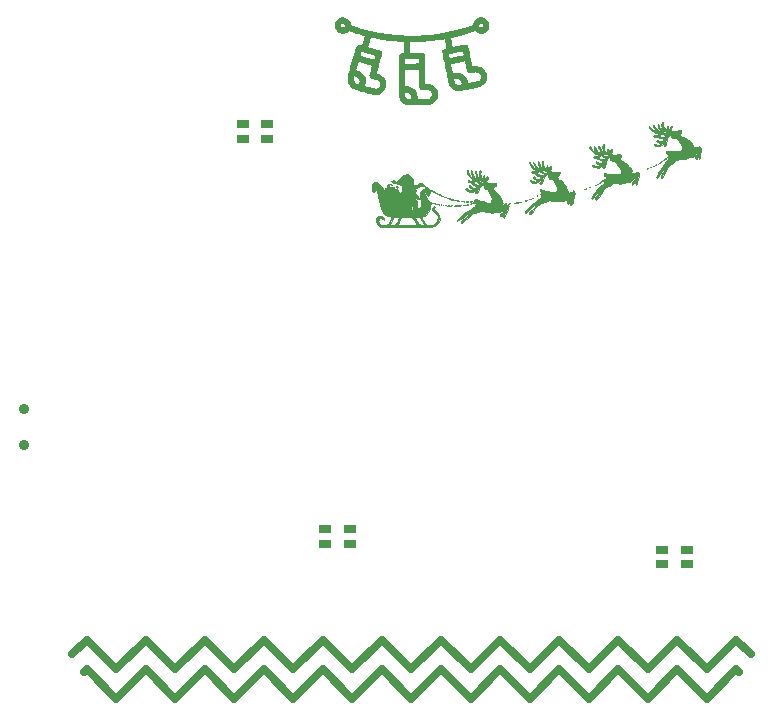
<source format=gbr>
%TF.GenerationSoftware,KiCad,Pcbnew,(5.1.10)-1*%
%TF.CreationDate,2021-10-20T07:51:27+02:00*%
%TF.ProjectId,TVZ_kuglica,54565a5f-6b75-4676-9c69-63612e6b6963,rev?*%
%TF.SameCoordinates,Original*%
%TF.FileFunction,Soldermask,Top*%
%TF.FilePolarity,Negative*%
%FSLAX46Y46*%
G04 Gerber Fmt 4.6, Leading zero omitted, Abs format (unit mm)*
G04 Created by KiCad (PCBNEW (5.1.10)-1) date 2021-10-20 07:51:27*
%MOMM*%
%LPD*%
G01*
G04 APERTURE LIST*
%ADD10C,0.700000*%
%ADD11C,0.010000*%
%ADD12C,0.900000*%
%ADD13R,1.100000X0.750000*%
G04 APERTURE END LIST*
D10*
X109500000Y-120250000D02*
X112000000Y-122750000D01*
X109250000Y-120500000D02*
X109500000Y-120250000D01*
X109500000Y-117750000D02*
X108250000Y-119000000D01*
X162000000Y-122750000D02*
X164500000Y-120250000D01*
X152000000Y-120250000D02*
X149500000Y-117750000D01*
X157000000Y-120250000D02*
X154500000Y-117750000D01*
X165750000Y-119000000D02*
X164500000Y-117750000D01*
X164500000Y-117750000D02*
X162000000Y-120250000D01*
X112000000Y-122750000D02*
X114500000Y-120250000D01*
X144500000Y-120250000D02*
X147000000Y-122750000D01*
X159500000Y-120250000D02*
X162000000Y-122750000D01*
X142000000Y-120250000D02*
X139500000Y-117750000D01*
X142000000Y-122750000D02*
X144500000Y-120250000D01*
X137000000Y-122750000D02*
X139500000Y-120250000D01*
X119500000Y-117750000D02*
X117000000Y-120250000D01*
X134500000Y-117750000D02*
X132000000Y-120250000D01*
X162000000Y-120250000D02*
X159500000Y-117750000D01*
X159500000Y-117750000D02*
X157000000Y-120250000D01*
X117000000Y-122750000D02*
X119500000Y-120250000D01*
X157000000Y-122750000D02*
X159500000Y-120250000D01*
X129500000Y-120250000D02*
X132000000Y-122750000D01*
X154500000Y-120250000D02*
X157000000Y-122750000D01*
X134500000Y-120250000D02*
X137000000Y-122750000D01*
X124500000Y-120250000D02*
X127000000Y-122750000D01*
X132000000Y-122750000D02*
X134500000Y-120250000D01*
X119500000Y-120250000D02*
X122000000Y-122750000D01*
X147000000Y-120250000D02*
X144500000Y-117750000D01*
X154500000Y-117750000D02*
X152000000Y-120250000D01*
X139500000Y-117750000D02*
X137000000Y-120250000D01*
X129500000Y-117750000D02*
X127000000Y-120250000D01*
X152000000Y-122750000D02*
X154500000Y-120250000D01*
X149500000Y-120250000D02*
X152000000Y-122750000D01*
X117000000Y-120250000D02*
X114500000Y-117750000D01*
X114500000Y-117750000D02*
X112000000Y-120250000D01*
X147000000Y-122750000D02*
X149500000Y-120250000D01*
X114500000Y-120250000D02*
X117000000Y-122750000D01*
X127000000Y-120250000D02*
X124500000Y-117750000D01*
X112000000Y-120250000D02*
X109500000Y-117750000D01*
X122000000Y-120250000D02*
X119500000Y-117750000D01*
X137000000Y-120250000D02*
X134500000Y-117750000D01*
X149500000Y-117750000D02*
X147000000Y-120250000D01*
X124500000Y-117750000D02*
X122000000Y-120250000D01*
X144500000Y-117750000D02*
X142000000Y-120250000D01*
X122000000Y-122750000D02*
X124500000Y-120250000D01*
X132000000Y-120250000D02*
X129500000Y-117750000D01*
X139500000Y-120250000D02*
X142000000Y-122750000D01*
X164500000Y-120250000D02*
X164750000Y-120500000D01*
X127000000Y-122750000D02*
X129500000Y-120250000D01*
D11*
%TO.C,G\u002A\u002A\u002A*%
G36*
X147003743Y-77268890D02*
G01*
X147073028Y-77371176D01*
X147105533Y-77439428D01*
X147182896Y-77576098D01*
X147276486Y-77694631D01*
X147366689Y-77777744D01*
X147433891Y-77808155D01*
X147458480Y-77768583D01*
X147456152Y-77748369D01*
X147416542Y-77635784D01*
X147355881Y-77518021D01*
X147300171Y-77383177D01*
X147291439Y-77282064D01*
X147322463Y-77268114D01*
X147384430Y-77357384D01*
X147444814Y-77479835D01*
X147574541Y-77706908D01*
X147710012Y-77839357D01*
X147838394Y-77868959D01*
X147855994Y-77823074D01*
X147832933Y-77769620D01*
X147760560Y-77625228D01*
X147708025Y-77469905D01*
X147684023Y-77338624D01*
X147697243Y-77266353D01*
X147706687Y-77261715D01*
X147762767Y-77300707D01*
X147793458Y-77385972D01*
X147842189Y-77542244D01*
X147896676Y-77654348D01*
X147980084Y-77753385D01*
X148046165Y-77773458D01*
X148068546Y-77717838D01*
X148044273Y-77636031D01*
X148012922Y-77499755D01*
X148018162Y-77350915D01*
X148054285Y-77233603D01*
X148101739Y-77192057D01*
X148160202Y-77228149D01*
X148173403Y-77265393D01*
X148152583Y-77345273D01*
X148125245Y-77359857D01*
X148095603Y-77416536D01*
X148128703Y-77561176D01*
X148129942Y-77564746D01*
X148204290Y-77723949D01*
X148289784Y-77834378D01*
X148368423Y-77885508D01*
X148422202Y-77866815D01*
X148433116Y-77767773D01*
X148428956Y-77739552D01*
X148430758Y-77616167D01*
X148459972Y-77554883D01*
X148496857Y-77558734D01*
X148514334Y-77661114D01*
X148516606Y-77742118D01*
X148527662Y-77903360D01*
X148553394Y-77966110D01*
X148587141Y-77925213D01*
X148614741Y-77818041D01*
X148660986Y-77703303D01*
X148718564Y-77656446D01*
X148819981Y-77664096D01*
X148830016Y-77736179D01*
X148782587Y-77821879D01*
X148711383Y-77976591D01*
X148743917Y-78088061D01*
X148879408Y-78155700D01*
X149117072Y-78178921D01*
X149252473Y-78174991D01*
X149414281Y-78170129D01*
X149518340Y-78175256D01*
X149538768Y-78182698D01*
X149520417Y-78287453D01*
X149458130Y-78397925D01*
X149384711Y-78456027D01*
X149384355Y-78456092D01*
X149326053Y-78508817D01*
X149331692Y-78605380D01*
X149393424Y-78702496D01*
X149434616Y-78733282D01*
X149501776Y-78806049D01*
X149503932Y-78851563D01*
X149508678Y-78884426D01*
X149527970Y-78871526D01*
X149615892Y-78859612D01*
X149734324Y-78931028D01*
X149867688Y-79066052D01*
X150000404Y-79244965D01*
X150116893Y-79448044D01*
X150201576Y-79655569D01*
X150227566Y-79757113D01*
X150268241Y-79967367D01*
X150504733Y-79888107D01*
X150670995Y-79848169D01*
X150772499Y-79868805D01*
X150812793Y-79959773D01*
X150795430Y-80130834D01*
X150723959Y-80391746D01*
X150707134Y-80444352D01*
X150635566Y-80655164D01*
X150572718Y-80822814D01*
X150529228Y-80919480D01*
X150521054Y-80930955D01*
X150456922Y-80951501D01*
X150427728Y-80884702D01*
X150441744Y-80763098D01*
X150454666Y-80651823D01*
X150426229Y-80622304D01*
X150380558Y-80673252D01*
X150381291Y-80685526D01*
X150349492Y-80758815D01*
X150290065Y-80818259D01*
X150212247Y-80862487D01*
X150176133Y-80813515D01*
X150166107Y-80765360D01*
X150193008Y-80623008D01*
X150270634Y-80545538D01*
X150361342Y-80462024D01*
X150388173Y-80399511D01*
X150342851Y-80386668D01*
X150239066Y-80447263D01*
X150235115Y-80450259D01*
X150073124Y-80527223D01*
X149834156Y-80584923D01*
X149553039Y-80619705D01*
X149264599Y-80627913D01*
X149003667Y-80605894D01*
X148917621Y-80588509D01*
X148732386Y-80551403D01*
X148610401Y-80555819D01*
X148509176Y-80603761D01*
X148502838Y-80608064D01*
X148367707Y-80672296D01*
X148179926Y-80729164D01*
X148098668Y-80746140D01*
X147965270Y-80776267D01*
X147853961Y-80824258D01*
X147747350Y-80905999D01*
X147628042Y-81037377D01*
X147478647Y-81234280D01*
X147320941Y-81456565D01*
X147181407Y-81628440D01*
X147063347Y-81721989D01*
X146979076Y-81730350D01*
X146943492Y-81666987D01*
X146974490Y-81587913D01*
X147064890Y-81471860D01*
X147184289Y-81350254D01*
X147302286Y-81254522D01*
X147378837Y-81216957D01*
X147421190Y-81163083D01*
X147420826Y-81123581D01*
X147437797Y-81044314D01*
X147461711Y-81030398D01*
X147508224Y-80978581D01*
X147507496Y-80965010D01*
X147468886Y-80918979D01*
X147380102Y-80955450D01*
X147236133Y-81077780D01*
X147046129Y-81273920D01*
X146841690Y-81483862D01*
X146698609Y-81602866D01*
X146614099Y-81632890D01*
X146587217Y-81596756D01*
X146605086Y-81510062D01*
X146689429Y-81385330D01*
X146848677Y-81211947D01*
X147039107Y-81027860D01*
X147237025Y-80845961D01*
X147365058Y-80738174D01*
X147432591Y-80698242D01*
X147449016Y-80719908D01*
X147437315Y-80762453D01*
X147432975Y-80802644D01*
X147452015Y-80783742D01*
X147474957Y-80712830D01*
X147574563Y-80695266D01*
X147607257Y-80718159D01*
X147630150Y-80685465D01*
X147852498Y-80646259D01*
X147885192Y-80669151D01*
X147908085Y-80636457D01*
X147875390Y-80613564D01*
X147852498Y-80646259D01*
X147630150Y-80685465D01*
X147597456Y-80662571D01*
X147574563Y-80695266D01*
X147474957Y-80712830D01*
X147484521Y-80683269D01*
X147483015Y-80663645D01*
X147520728Y-80599188D01*
X147603112Y-80555959D01*
X147747145Y-80480660D01*
X148219071Y-80397447D01*
X148238073Y-80426127D01*
X148304566Y-80475933D01*
X148334585Y-80458018D01*
X148333756Y-80450152D01*
X148330423Y-80447357D01*
X148777873Y-80368460D01*
X148810567Y-80391352D01*
X148833460Y-80358658D01*
X148800765Y-80335765D01*
X148777873Y-80368460D01*
X148330423Y-80447357D01*
X148285983Y-80410097D01*
X148258264Y-80397292D01*
X148219071Y-80397447D01*
X147747145Y-80480660D01*
X147822281Y-80441380D01*
X147840823Y-80419056D01*
X148647096Y-80276889D01*
X148679790Y-80299781D01*
X148702683Y-80267087D01*
X148669989Y-80244195D01*
X148647096Y-80276889D01*
X147840823Y-80419056D01*
X147957667Y-80278383D01*
X147999685Y-80086141D01*
X147938892Y-79884076D01*
X147872005Y-79724371D01*
X147882921Y-79629386D01*
X147964527Y-79610586D01*
X148078269Y-79659497D01*
X148212627Y-79719104D01*
X148315643Y-79733523D01*
X148415018Y-79740740D01*
X148580473Y-79775509D01*
X148724437Y-79815100D01*
X148926772Y-79867401D01*
X149063612Y-79875377D01*
X149172655Y-79840463D01*
X149186897Y-79832770D01*
X149274630Y-79766537D01*
X149307747Y-79674837D01*
X149299924Y-79516985D01*
X149298133Y-79501881D01*
X149219817Y-79220281D01*
X149086940Y-78967055D01*
X149033961Y-78890425D01*
X149366640Y-78831765D01*
X149399334Y-78854657D01*
X149422227Y-78821963D01*
X149389533Y-78799070D01*
X149366640Y-78831765D01*
X149033961Y-78890425D01*
X148975469Y-78805822D01*
X148892317Y-78727009D01*
X148815112Y-78712174D01*
X148785606Y-78718608D01*
X148680795Y-78716991D01*
X148650474Y-78670792D01*
X148603677Y-78603265D01*
X148573494Y-78599069D01*
X148540459Y-78575475D01*
X148567138Y-78511788D01*
X148592519Y-78414048D01*
X148549253Y-78361745D01*
X148438679Y-78341793D01*
X148325489Y-78420764D01*
X148221453Y-78585612D01*
X148140549Y-78814724D01*
X148064423Y-79034449D01*
X147979065Y-79152483D01*
X147888745Y-79164412D01*
X147839962Y-79125803D01*
X147836728Y-79049946D01*
X147882376Y-78979722D01*
X147933683Y-78895369D01*
X147923345Y-78852480D01*
X147856934Y-78865051D01*
X147789089Y-78928782D01*
X147643911Y-79033261D01*
X147444241Y-79077326D01*
X147234500Y-79054979D01*
X147138922Y-79016593D01*
X147023795Y-78935600D01*
X147010105Y-78865649D01*
X147016428Y-78855099D01*
X147085368Y-78825647D01*
X147200013Y-78887077D01*
X147200381Y-78887354D01*
X147341060Y-78956057D01*
X147475164Y-78964580D01*
X147561971Y-78911593D01*
X147567975Y-78899330D01*
X147540170Y-78836417D01*
X147444425Y-78752337D01*
X147428970Y-78741904D01*
X147295068Y-78636865D01*
X147267766Y-78566264D01*
X147341377Y-78529747D01*
X147433721Y-78561603D01*
X147478904Y-78620756D01*
X147570168Y-78705089D01*
X147708134Y-78739842D01*
X147833509Y-78712352D01*
X147849955Y-78700004D01*
X147892317Y-78610355D01*
X147828589Y-78522161D01*
X147695143Y-78455707D01*
X147567200Y-78389517D01*
X147499402Y-78315251D01*
X147497530Y-78308083D01*
X147459611Y-78270996D01*
X147666837Y-78234457D01*
X147707496Y-78296896D01*
X147757597Y-78338228D01*
X147870680Y-78389402D01*
X148006259Y-78406192D01*
X148124701Y-78390150D01*
X148186374Y-78342824D01*
X148187662Y-78321411D01*
X148131126Y-78264465D01*
X148073971Y-78245478D01*
X147954266Y-78195569D01*
X147912947Y-78161040D01*
X147890921Y-78145748D01*
X148070454Y-78114092D01*
X148176098Y-78181271D01*
X148243604Y-78199099D01*
X148379718Y-78221045D01*
X148445733Y-78204452D01*
X148473717Y-78159023D01*
X148442681Y-78102176D01*
X148335521Y-78036327D01*
X148297210Y-78020065D01*
X148150492Y-77977193D01*
X148077839Y-77996668D01*
X148067809Y-78013908D01*
X148070454Y-78114092D01*
X147890921Y-78145748D01*
X147834395Y-78106507D01*
X147745600Y-78142535D01*
X147705831Y-78176288D01*
X147666837Y-78234457D01*
X147459611Y-78270996D01*
X147436295Y-78248193D01*
X147331344Y-78234419D01*
X147206517Y-78218513D01*
X147143845Y-78176178D01*
X147148900Y-78131807D01*
X147237763Y-78110242D01*
X147341911Y-78105593D01*
X147506047Y-78087504D01*
X147560969Y-78042273D01*
X147506226Y-77972983D01*
X147372198Y-77897025D01*
X147241098Y-77803992D01*
X147113584Y-77665074D01*
X147009810Y-77510379D01*
X146949932Y-77370012D01*
X146954105Y-77274082D01*
X146954636Y-77273309D01*
X147003743Y-77268890D01*
G37*
X147003743Y-77268890D02*
X147073028Y-77371176D01*
X147105533Y-77439428D01*
X147182896Y-77576098D01*
X147276486Y-77694631D01*
X147366689Y-77777744D01*
X147433891Y-77808155D01*
X147458480Y-77768583D01*
X147456152Y-77748369D01*
X147416542Y-77635784D01*
X147355881Y-77518021D01*
X147300171Y-77383177D01*
X147291439Y-77282064D01*
X147322463Y-77268114D01*
X147384430Y-77357384D01*
X147444814Y-77479835D01*
X147574541Y-77706908D01*
X147710012Y-77839357D01*
X147838394Y-77868959D01*
X147855994Y-77823074D01*
X147832933Y-77769620D01*
X147760560Y-77625228D01*
X147708025Y-77469905D01*
X147684023Y-77338624D01*
X147697243Y-77266353D01*
X147706687Y-77261715D01*
X147762767Y-77300707D01*
X147793458Y-77385972D01*
X147842189Y-77542244D01*
X147896676Y-77654348D01*
X147980084Y-77753385D01*
X148046165Y-77773458D01*
X148068546Y-77717838D01*
X148044273Y-77636031D01*
X148012922Y-77499755D01*
X148018162Y-77350915D01*
X148054285Y-77233603D01*
X148101739Y-77192057D01*
X148160202Y-77228149D01*
X148173403Y-77265393D01*
X148152583Y-77345273D01*
X148125245Y-77359857D01*
X148095603Y-77416536D01*
X148128703Y-77561176D01*
X148129942Y-77564746D01*
X148204290Y-77723949D01*
X148289784Y-77834378D01*
X148368423Y-77885508D01*
X148422202Y-77866815D01*
X148433116Y-77767773D01*
X148428956Y-77739552D01*
X148430758Y-77616167D01*
X148459972Y-77554883D01*
X148496857Y-77558734D01*
X148514334Y-77661114D01*
X148516606Y-77742118D01*
X148527662Y-77903360D01*
X148553394Y-77966110D01*
X148587141Y-77925213D01*
X148614741Y-77818041D01*
X148660986Y-77703303D01*
X148718564Y-77656446D01*
X148819981Y-77664096D01*
X148830016Y-77736179D01*
X148782587Y-77821879D01*
X148711383Y-77976591D01*
X148743917Y-78088061D01*
X148879408Y-78155700D01*
X149117072Y-78178921D01*
X149252473Y-78174991D01*
X149414281Y-78170129D01*
X149518340Y-78175256D01*
X149538768Y-78182698D01*
X149520417Y-78287453D01*
X149458130Y-78397925D01*
X149384711Y-78456027D01*
X149384355Y-78456092D01*
X149326053Y-78508817D01*
X149331692Y-78605380D01*
X149393424Y-78702496D01*
X149434616Y-78733282D01*
X149501776Y-78806049D01*
X149503932Y-78851563D01*
X149508678Y-78884426D01*
X149527970Y-78871526D01*
X149615892Y-78859612D01*
X149734324Y-78931028D01*
X149867688Y-79066052D01*
X150000404Y-79244965D01*
X150116893Y-79448044D01*
X150201576Y-79655569D01*
X150227566Y-79757113D01*
X150268241Y-79967367D01*
X150504733Y-79888107D01*
X150670995Y-79848169D01*
X150772499Y-79868805D01*
X150812793Y-79959773D01*
X150795430Y-80130834D01*
X150723959Y-80391746D01*
X150707134Y-80444352D01*
X150635566Y-80655164D01*
X150572718Y-80822814D01*
X150529228Y-80919480D01*
X150521054Y-80930955D01*
X150456922Y-80951501D01*
X150427728Y-80884702D01*
X150441744Y-80763098D01*
X150454666Y-80651823D01*
X150426229Y-80622304D01*
X150380558Y-80673252D01*
X150381291Y-80685526D01*
X150349492Y-80758815D01*
X150290065Y-80818259D01*
X150212247Y-80862487D01*
X150176133Y-80813515D01*
X150166107Y-80765360D01*
X150193008Y-80623008D01*
X150270634Y-80545538D01*
X150361342Y-80462024D01*
X150388173Y-80399511D01*
X150342851Y-80386668D01*
X150239066Y-80447263D01*
X150235115Y-80450259D01*
X150073124Y-80527223D01*
X149834156Y-80584923D01*
X149553039Y-80619705D01*
X149264599Y-80627913D01*
X149003667Y-80605894D01*
X148917621Y-80588509D01*
X148732386Y-80551403D01*
X148610401Y-80555819D01*
X148509176Y-80603761D01*
X148502838Y-80608064D01*
X148367707Y-80672296D01*
X148179926Y-80729164D01*
X148098668Y-80746140D01*
X147965270Y-80776267D01*
X147853961Y-80824258D01*
X147747350Y-80905999D01*
X147628042Y-81037377D01*
X147478647Y-81234280D01*
X147320941Y-81456565D01*
X147181407Y-81628440D01*
X147063347Y-81721989D01*
X146979076Y-81730350D01*
X146943492Y-81666987D01*
X146974490Y-81587913D01*
X147064890Y-81471860D01*
X147184289Y-81350254D01*
X147302286Y-81254522D01*
X147378837Y-81216957D01*
X147421190Y-81163083D01*
X147420826Y-81123581D01*
X147437797Y-81044314D01*
X147461711Y-81030398D01*
X147508224Y-80978581D01*
X147507496Y-80965010D01*
X147468886Y-80918979D01*
X147380102Y-80955450D01*
X147236133Y-81077780D01*
X147046129Y-81273920D01*
X146841690Y-81483862D01*
X146698609Y-81602866D01*
X146614099Y-81632890D01*
X146587217Y-81596756D01*
X146605086Y-81510062D01*
X146689429Y-81385330D01*
X146848677Y-81211947D01*
X147039107Y-81027860D01*
X147237025Y-80845961D01*
X147365058Y-80738174D01*
X147432591Y-80698242D01*
X147449016Y-80719908D01*
X147437315Y-80762453D01*
X147432975Y-80802644D01*
X147452015Y-80783742D01*
X147474957Y-80712830D01*
X147574563Y-80695266D01*
X147607257Y-80718159D01*
X147630150Y-80685465D01*
X147852498Y-80646259D01*
X147885192Y-80669151D01*
X147908085Y-80636457D01*
X147875390Y-80613564D01*
X147852498Y-80646259D01*
X147630150Y-80685465D01*
X147597456Y-80662571D01*
X147574563Y-80695266D01*
X147474957Y-80712830D01*
X147484521Y-80683269D01*
X147483015Y-80663645D01*
X147520728Y-80599188D01*
X147603112Y-80555959D01*
X147747145Y-80480660D01*
X148219071Y-80397447D01*
X148238073Y-80426127D01*
X148304566Y-80475933D01*
X148334585Y-80458018D01*
X148333756Y-80450152D01*
X148330423Y-80447357D01*
X148777873Y-80368460D01*
X148810567Y-80391352D01*
X148833460Y-80358658D01*
X148800765Y-80335765D01*
X148777873Y-80368460D01*
X148330423Y-80447357D01*
X148285983Y-80410097D01*
X148258264Y-80397292D01*
X148219071Y-80397447D01*
X147747145Y-80480660D01*
X147822281Y-80441380D01*
X147840823Y-80419056D01*
X148647096Y-80276889D01*
X148679790Y-80299781D01*
X148702683Y-80267087D01*
X148669989Y-80244195D01*
X148647096Y-80276889D01*
X147840823Y-80419056D01*
X147957667Y-80278383D01*
X147999685Y-80086141D01*
X147938892Y-79884076D01*
X147872005Y-79724371D01*
X147882921Y-79629386D01*
X147964527Y-79610586D01*
X148078269Y-79659497D01*
X148212627Y-79719104D01*
X148315643Y-79733523D01*
X148415018Y-79740740D01*
X148580473Y-79775509D01*
X148724437Y-79815100D01*
X148926772Y-79867401D01*
X149063612Y-79875377D01*
X149172655Y-79840463D01*
X149186897Y-79832770D01*
X149274630Y-79766537D01*
X149307747Y-79674837D01*
X149299924Y-79516985D01*
X149298133Y-79501881D01*
X149219817Y-79220281D01*
X149086940Y-78967055D01*
X149033961Y-78890425D01*
X149366640Y-78831765D01*
X149399334Y-78854657D01*
X149422227Y-78821963D01*
X149389533Y-78799070D01*
X149366640Y-78831765D01*
X149033961Y-78890425D01*
X148975469Y-78805822D01*
X148892317Y-78727009D01*
X148815112Y-78712174D01*
X148785606Y-78718608D01*
X148680795Y-78716991D01*
X148650474Y-78670792D01*
X148603677Y-78603265D01*
X148573494Y-78599069D01*
X148540459Y-78575475D01*
X148567138Y-78511788D01*
X148592519Y-78414048D01*
X148549253Y-78361745D01*
X148438679Y-78341793D01*
X148325489Y-78420764D01*
X148221453Y-78585612D01*
X148140549Y-78814724D01*
X148064423Y-79034449D01*
X147979065Y-79152483D01*
X147888745Y-79164412D01*
X147839962Y-79125803D01*
X147836728Y-79049946D01*
X147882376Y-78979722D01*
X147933683Y-78895369D01*
X147923345Y-78852480D01*
X147856934Y-78865051D01*
X147789089Y-78928782D01*
X147643911Y-79033261D01*
X147444241Y-79077326D01*
X147234500Y-79054979D01*
X147138922Y-79016593D01*
X147023795Y-78935600D01*
X147010105Y-78865649D01*
X147016428Y-78855099D01*
X147085368Y-78825647D01*
X147200013Y-78887077D01*
X147200381Y-78887354D01*
X147341060Y-78956057D01*
X147475164Y-78964580D01*
X147561971Y-78911593D01*
X147567975Y-78899330D01*
X147540170Y-78836417D01*
X147444425Y-78752337D01*
X147428970Y-78741904D01*
X147295068Y-78636865D01*
X147267766Y-78566264D01*
X147341377Y-78529747D01*
X147433721Y-78561603D01*
X147478904Y-78620756D01*
X147570168Y-78705089D01*
X147708134Y-78739842D01*
X147833509Y-78712352D01*
X147849955Y-78700004D01*
X147892317Y-78610355D01*
X147828589Y-78522161D01*
X147695143Y-78455707D01*
X147567200Y-78389517D01*
X147499402Y-78315251D01*
X147497530Y-78308083D01*
X147459611Y-78270996D01*
X147666837Y-78234457D01*
X147707496Y-78296896D01*
X147757597Y-78338228D01*
X147870680Y-78389402D01*
X148006259Y-78406192D01*
X148124701Y-78390150D01*
X148186374Y-78342824D01*
X148187662Y-78321411D01*
X148131126Y-78264465D01*
X148073971Y-78245478D01*
X147954266Y-78195569D01*
X147912947Y-78161040D01*
X147890921Y-78145748D01*
X148070454Y-78114092D01*
X148176098Y-78181271D01*
X148243604Y-78199099D01*
X148379718Y-78221045D01*
X148445733Y-78204452D01*
X148473717Y-78159023D01*
X148442681Y-78102176D01*
X148335521Y-78036327D01*
X148297210Y-78020065D01*
X148150492Y-77977193D01*
X148077839Y-77996668D01*
X148067809Y-78013908D01*
X148070454Y-78114092D01*
X147890921Y-78145748D01*
X147834395Y-78106507D01*
X147745600Y-78142535D01*
X147705831Y-78176288D01*
X147666837Y-78234457D01*
X147459611Y-78270996D01*
X147436295Y-78248193D01*
X147331344Y-78234419D01*
X147206517Y-78218513D01*
X147143845Y-78176178D01*
X147148900Y-78131807D01*
X147237763Y-78110242D01*
X147341911Y-78105593D01*
X147506047Y-78087504D01*
X147560969Y-78042273D01*
X147506226Y-77972983D01*
X147372198Y-77897025D01*
X147241098Y-77803992D01*
X147113584Y-77665074D01*
X147009810Y-77510379D01*
X146949932Y-77370012D01*
X146954105Y-77274082D01*
X146954636Y-77273309D01*
X147003743Y-77268890D01*
G36*
X141746708Y-78012961D02*
G01*
X141780598Y-78137403D01*
X141837920Y-78317059D01*
X141938859Y-78470542D01*
X142056213Y-78558751D01*
X142077975Y-78564875D01*
X142126534Y-78553182D01*
X142109080Y-78472979D01*
X142093020Y-78436304D01*
X142021328Y-78243254D01*
X141995647Y-78088813D01*
X142020190Y-78001163D01*
X142027211Y-77996187D01*
X142070275Y-78026113D01*
X142113720Y-78139093D01*
X142126270Y-78192651D01*
X142189022Y-78392531D01*
X142279031Y-78550545D01*
X142378307Y-78640059D01*
X142435053Y-78649768D01*
X142471019Y-78609936D01*
X142460684Y-78498842D01*
X142426712Y-78372412D01*
X142383788Y-78180221D01*
X142393287Y-78069991D01*
X142402638Y-78058040D01*
X142449196Y-78067011D01*
X142488826Y-78185628D01*
X142497256Y-78229523D01*
X142534656Y-78393617D01*
X142577333Y-78517108D01*
X142585483Y-78532582D01*
X142654876Y-78604713D01*
X142701303Y-78577854D01*
X142709521Y-78465637D01*
X142703958Y-78426639D01*
X142695666Y-78252467D01*
X142726029Y-78103678D01*
X142785786Y-78018433D01*
X142804708Y-78011435D01*
X142860243Y-78048097D01*
X142873042Y-78085359D01*
X142856071Y-78164625D01*
X142832158Y-78178542D01*
X142801722Y-78232818D01*
X142808262Y-78351400D01*
X142843187Y-78495306D01*
X142897908Y-78625556D01*
X142944613Y-78688878D01*
X143042598Y-78759607D01*
X143085936Y-78734052D01*
X143079830Y-78608487D01*
X143077330Y-78593832D01*
X143074196Y-78473680D01*
X143107624Y-78416559D01*
X143108399Y-78416409D01*
X143152489Y-78461387D01*
X143174627Y-78611835D01*
X143176105Y-78648060D01*
X143183341Y-78890374D01*
X143243284Y-78722187D01*
X143321294Y-78587193D01*
X143417008Y-78534946D01*
X143501818Y-78573422D01*
X143497693Y-78639741D01*
X143447589Y-78696023D01*
X143355715Y-78810530D01*
X143331118Y-78933344D01*
X143377766Y-79018585D01*
X143494079Y-79064152D01*
X143673169Y-79100329D01*
X143864939Y-79119650D01*
X144019295Y-79114646D01*
X144020654Y-79114418D01*
X144118270Y-79118089D01*
X144133660Y-79185634D01*
X144133583Y-79186030D01*
X144119892Y-79280647D01*
X144119688Y-79304528D01*
X144080543Y-79347954D01*
X143994379Y-79406490D01*
X143901182Y-79479946D01*
X143873363Y-79532799D01*
X143916682Y-79594797D01*
X144019876Y-79704702D01*
X144125403Y-79805874D01*
X144397110Y-80094489D01*
X144565977Y-80368176D01*
X144630682Y-80577267D01*
X144672960Y-80710483D01*
X144731558Y-80782338D01*
X144738913Y-80784760D01*
X144784304Y-80802652D01*
X144744630Y-80817185D01*
X144691556Y-80877209D01*
X144690622Y-80917206D01*
X144733049Y-80966391D01*
X144848774Y-80971797D01*
X144955466Y-80956480D01*
X145112975Y-80936156D01*
X145192177Y-80953254D01*
X145223666Y-81015453D01*
X145225327Y-81024213D01*
X145212682Y-81125917D01*
X145161650Y-81297452D01*
X145082253Y-81506663D01*
X145055244Y-81570040D01*
X144936705Y-81823883D01*
X144849003Y-81971770D01*
X144790508Y-82015865D01*
X144760131Y-81961513D01*
X144768279Y-81865207D01*
X144792512Y-81771671D01*
X144817167Y-81685929D01*
X144795861Y-81682049D01*
X144710951Y-81758017D01*
X144706831Y-81761890D01*
X144590934Y-81861280D01*
X144531423Y-81877131D01*
X144509461Y-81810079D01*
X144507205Y-81768639D01*
X144554381Y-81641951D01*
X144632589Y-81587332D01*
X144736697Y-81514914D01*
X144773922Y-81450627D01*
X144761567Y-81401735D01*
X144689542Y-81435567D01*
X144606707Y-81477475D01*
X144481404Y-81511627D01*
X144292946Y-81541859D01*
X144020648Y-81572005D01*
X143884218Y-81584844D01*
X143555916Y-81575765D01*
X143305876Y-81500215D01*
X143140192Y-81435548D01*
X143022591Y-81420991D01*
X142900546Y-81455448D01*
X142822706Y-81490125D01*
X142619922Y-81561196D01*
X142407522Y-81602594D01*
X142374730Y-81605130D01*
X142264255Y-81617343D01*
X142169308Y-81651712D01*
X142067030Y-81724191D01*
X141934561Y-81850734D01*
X141763469Y-82031748D01*
X141548189Y-82250412D01*
X141374348Y-82400089D01*
X141250444Y-82474706D01*
X141184980Y-82468193D01*
X141178065Y-82449840D01*
X141195159Y-82339328D01*
X141257313Y-82226401D01*
X141332305Y-82168493D01*
X141419935Y-82123535D01*
X141541042Y-82029180D01*
X141664836Y-81914142D01*
X141760532Y-81807131D01*
X141797342Y-81736855D01*
X141797122Y-81735026D01*
X141783767Y-81702893D01*
X141748871Y-81703016D01*
X141676333Y-81744911D01*
X141550054Y-81838092D01*
X141353933Y-81992075D01*
X141329902Y-82011150D01*
X141126193Y-82162065D01*
X140973804Y-82253501D01*
X140881757Y-82282791D01*
X140859070Y-82247272D01*
X140914764Y-82144278D01*
X140924416Y-82130946D01*
X141020931Y-82028933D01*
X141179555Y-81890671D01*
X141375653Y-81734520D01*
X141584591Y-81578842D01*
X141781735Y-81441996D01*
X141942451Y-81342342D01*
X142041545Y-81298338D01*
X142157612Y-81241436D01*
X142284091Y-81129470D01*
X142389629Y-80997424D01*
X142442872Y-80880288D01*
X142443450Y-80849827D01*
X142386223Y-80800663D01*
X142235075Y-80798473D01*
X142191727Y-80803700D01*
X141953834Y-80836012D01*
X142155508Y-80778152D01*
X142289460Y-80722607D01*
X142324228Y-80664798D01*
X142321244Y-80658260D01*
X142309646Y-80557252D01*
X142324026Y-80503431D01*
X142377111Y-80438960D01*
X142473174Y-80459143D01*
X142473236Y-80459171D01*
X142614408Y-80513324D01*
X142811721Y-80579280D01*
X143035894Y-80648473D01*
X143257646Y-80712341D01*
X143447692Y-80762318D01*
X143576752Y-80789840D01*
X143611871Y-80792186D01*
X143701228Y-80725724D01*
X143765669Y-80587779D01*
X143789993Y-80419342D01*
X143781860Y-80333924D01*
X143736608Y-80188577D01*
X143656478Y-79997834D01*
X143597473Y-79877682D01*
X143504304Y-79713626D01*
X143433286Y-79633359D01*
X143362577Y-79616704D01*
X143323820Y-79624944D01*
X143235467Y-79631399D01*
X143228745Y-79592313D01*
X143210321Y-79515335D01*
X143175017Y-79491610D01*
X143120681Y-79447158D01*
X143149031Y-79362898D01*
X143150864Y-79359668D01*
X143180201Y-79277727D01*
X143125226Y-79244076D01*
X143115461Y-79242064D01*
X142974160Y-79246606D01*
X142855485Y-79330349D01*
X142744577Y-79506638D01*
X142692139Y-79622335D01*
X142591648Y-79822748D01*
X142497033Y-79941269D01*
X142451671Y-79965087D01*
X142359609Y-79948409D01*
X142338244Y-79880781D01*
X142391768Y-79802468D01*
X142432249Y-79778451D01*
X142501447Y-79718810D01*
X142496666Y-79674645D01*
X142419580Y-79665540D01*
X142292808Y-79741674D01*
X142155548Y-79823516D01*
X142009822Y-79843370D01*
X141918268Y-79835900D01*
X141705407Y-79784748D01*
X141579465Y-79696015D01*
X141552195Y-79579924D01*
X141596306Y-79492297D01*
X141669169Y-79511375D01*
X141734862Y-79589972D01*
X141858776Y-79682040D01*
X141967752Y-79696002D01*
X142083277Y-79678221D01*
X142105249Y-79633774D01*
X142034282Y-79546734D01*
X141975637Y-79492505D01*
X141880230Y-79376932D01*
X141872962Y-79290270D01*
X141936110Y-79253582D01*
X141987067Y-79292542D01*
X142007675Y-79353577D01*
X142078024Y-79460789D01*
X142220738Y-79520022D01*
X142377092Y-79519715D01*
X142464588Y-79469971D01*
X142464825Y-79390275D01*
X142383629Y-79314546D01*
X142338629Y-79295769D01*
X142212100Y-79215695D01*
X142139458Y-79129869D01*
X142038861Y-79039257D01*
X142235228Y-79004633D01*
X142287638Y-79087478D01*
X142377842Y-79164885D01*
X142521187Y-79234539D01*
X142655909Y-79240217D01*
X142742476Y-79181294D01*
X142747409Y-79170718D01*
X142720192Y-79110664D01*
X142647362Y-79071712D01*
X142543425Y-79005271D01*
X142508587Y-78943886D01*
X142478166Y-78906389D01*
X142669691Y-78872618D01*
X142691830Y-78947018D01*
X142767339Y-79015467D01*
X142826010Y-79037567D01*
X142996925Y-79057636D01*
X143083924Y-79031282D01*
X143091480Y-78999135D01*
X143037084Y-78943552D01*
X142922585Y-78882088D01*
X142797147Y-78837254D01*
X142719582Y-78828858D01*
X142669691Y-78872618D01*
X142478166Y-78906389D01*
X142463913Y-78888823D01*
X142411204Y-78905760D01*
X142310590Y-78954427D01*
X142278186Y-78964004D01*
X142235228Y-79004633D01*
X142038861Y-79039257D01*
X142028039Y-79029510D01*
X141917694Y-78994298D01*
X141803215Y-78960405D01*
X141756883Y-78906422D01*
X141778816Y-78830652D01*
X141851109Y-78828238D01*
X141892012Y-78860151D01*
X141968109Y-78888118D01*
X142078590Y-78883486D01*
X142171907Y-78853854D01*
X142199260Y-78814858D01*
X142149845Y-78753892D01*
X142053460Y-78682949D01*
X141924131Y-78573621D01*
X141808694Y-78432490D01*
X141737341Y-78295358D01*
X141686023Y-78148622D01*
X141661811Y-78023439D01*
X141671773Y-77950963D01*
X141698341Y-77946213D01*
X141746708Y-78012961D01*
G37*
X141746708Y-78012961D02*
X141780598Y-78137403D01*
X141837920Y-78317059D01*
X141938859Y-78470542D01*
X142056213Y-78558751D01*
X142077975Y-78564875D01*
X142126534Y-78553182D01*
X142109080Y-78472979D01*
X142093020Y-78436304D01*
X142021328Y-78243254D01*
X141995647Y-78088813D01*
X142020190Y-78001163D01*
X142027211Y-77996187D01*
X142070275Y-78026113D01*
X142113720Y-78139093D01*
X142126270Y-78192651D01*
X142189022Y-78392531D01*
X142279031Y-78550545D01*
X142378307Y-78640059D01*
X142435053Y-78649768D01*
X142471019Y-78609936D01*
X142460684Y-78498842D01*
X142426712Y-78372412D01*
X142383788Y-78180221D01*
X142393287Y-78069991D01*
X142402638Y-78058040D01*
X142449196Y-78067011D01*
X142488826Y-78185628D01*
X142497256Y-78229523D01*
X142534656Y-78393617D01*
X142577333Y-78517108D01*
X142585483Y-78532582D01*
X142654876Y-78604713D01*
X142701303Y-78577854D01*
X142709521Y-78465637D01*
X142703958Y-78426639D01*
X142695666Y-78252467D01*
X142726029Y-78103678D01*
X142785786Y-78018433D01*
X142804708Y-78011435D01*
X142860243Y-78048097D01*
X142873042Y-78085359D01*
X142856071Y-78164625D01*
X142832158Y-78178542D01*
X142801722Y-78232818D01*
X142808262Y-78351400D01*
X142843187Y-78495306D01*
X142897908Y-78625556D01*
X142944613Y-78688878D01*
X143042598Y-78759607D01*
X143085936Y-78734052D01*
X143079830Y-78608487D01*
X143077330Y-78593832D01*
X143074196Y-78473680D01*
X143107624Y-78416559D01*
X143108399Y-78416409D01*
X143152489Y-78461387D01*
X143174627Y-78611835D01*
X143176105Y-78648060D01*
X143183341Y-78890374D01*
X143243284Y-78722187D01*
X143321294Y-78587193D01*
X143417008Y-78534946D01*
X143501818Y-78573422D01*
X143497693Y-78639741D01*
X143447589Y-78696023D01*
X143355715Y-78810530D01*
X143331118Y-78933344D01*
X143377766Y-79018585D01*
X143494079Y-79064152D01*
X143673169Y-79100329D01*
X143864939Y-79119650D01*
X144019295Y-79114646D01*
X144020654Y-79114418D01*
X144118270Y-79118089D01*
X144133660Y-79185634D01*
X144133583Y-79186030D01*
X144119892Y-79280647D01*
X144119688Y-79304528D01*
X144080543Y-79347954D01*
X143994379Y-79406490D01*
X143901182Y-79479946D01*
X143873363Y-79532799D01*
X143916682Y-79594797D01*
X144019876Y-79704702D01*
X144125403Y-79805874D01*
X144397110Y-80094489D01*
X144565977Y-80368176D01*
X144630682Y-80577267D01*
X144672960Y-80710483D01*
X144731558Y-80782338D01*
X144738913Y-80784760D01*
X144784304Y-80802652D01*
X144744630Y-80817185D01*
X144691556Y-80877209D01*
X144690622Y-80917206D01*
X144733049Y-80966391D01*
X144848774Y-80971797D01*
X144955466Y-80956480D01*
X145112975Y-80936156D01*
X145192177Y-80953254D01*
X145223666Y-81015453D01*
X145225327Y-81024213D01*
X145212682Y-81125917D01*
X145161650Y-81297452D01*
X145082253Y-81506663D01*
X145055244Y-81570040D01*
X144936705Y-81823883D01*
X144849003Y-81971770D01*
X144790508Y-82015865D01*
X144760131Y-81961513D01*
X144768279Y-81865207D01*
X144792512Y-81771671D01*
X144817167Y-81685929D01*
X144795861Y-81682049D01*
X144710951Y-81758017D01*
X144706831Y-81761890D01*
X144590934Y-81861280D01*
X144531423Y-81877131D01*
X144509461Y-81810079D01*
X144507205Y-81768639D01*
X144554381Y-81641951D01*
X144632589Y-81587332D01*
X144736697Y-81514914D01*
X144773922Y-81450627D01*
X144761567Y-81401735D01*
X144689542Y-81435567D01*
X144606707Y-81477475D01*
X144481404Y-81511627D01*
X144292946Y-81541859D01*
X144020648Y-81572005D01*
X143884218Y-81584844D01*
X143555916Y-81575765D01*
X143305876Y-81500215D01*
X143140192Y-81435548D01*
X143022591Y-81420991D01*
X142900546Y-81455448D01*
X142822706Y-81490125D01*
X142619922Y-81561196D01*
X142407522Y-81602594D01*
X142374730Y-81605130D01*
X142264255Y-81617343D01*
X142169308Y-81651712D01*
X142067030Y-81724191D01*
X141934561Y-81850734D01*
X141763469Y-82031748D01*
X141548189Y-82250412D01*
X141374348Y-82400089D01*
X141250444Y-82474706D01*
X141184980Y-82468193D01*
X141178065Y-82449840D01*
X141195159Y-82339328D01*
X141257313Y-82226401D01*
X141332305Y-82168493D01*
X141419935Y-82123535D01*
X141541042Y-82029180D01*
X141664836Y-81914142D01*
X141760532Y-81807131D01*
X141797342Y-81736855D01*
X141797122Y-81735026D01*
X141783767Y-81702893D01*
X141748871Y-81703016D01*
X141676333Y-81744911D01*
X141550054Y-81838092D01*
X141353933Y-81992075D01*
X141329902Y-82011150D01*
X141126193Y-82162065D01*
X140973804Y-82253501D01*
X140881757Y-82282791D01*
X140859070Y-82247272D01*
X140914764Y-82144278D01*
X140924416Y-82130946D01*
X141020931Y-82028933D01*
X141179555Y-81890671D01*
X141375653Y-81734520D01*
X141584591Y-81578842D01*
X141781735Y-81441996D01*
X141942451Y-81342342D01*
X142041545Y-81298338D01*
X142157612Y-81241436D01*
X142284091Y-81129470D01*
X142389629Y-80997424D01*
X142442872Y-80880288D01*
X142443450Y-80849827D01*
X142386223Y-80800663D01*
X142235075Y-80798473D01*
X142191727Y-80803700D01*
X141953834Y-80836012D01*
X142155508Y-80778152D01*
X142289460Y-80722607D01*
X142324228Y-80664798D01*
X142321244Y-80658260D01*
X142309646Y-80557252D01*
X142324026Y-80503431D01*
X142377111Y-80438960D01*
X142473174Y-80459143D01*
X142473236Y-80459171D01*
X142614408Y-80513324D01*
X142811721Y-80579280D01*
X143035894Y-80648473D01*
X143257646Y-80712341D01*
X143447692Y-80762318D01*
X143576752Y-80789840D01*
X143611871Y-80792186D01*
X143701228Y-80725724D01*
X143765669Y-80587779D01*
X143789993Y-80419342D01*
X143781860Y-80333924D01*
X143736608Y-80188577D01*
X143656478Y-79997834D01*
X143597473Y-79877682D01*
X143504304Y-79713626D01*
X143433286Y-79633359D01*
X143362577Y-79616704D01*
X143323820Y-79624944D01*
X143235467Y-79631399D01*
X143228745Y-79592313D01*
X143210321Y-79515335D01*
X143175017Y-79491610D01*
X143120681Y-79447158D01*
X143149031Y-79362898D01*
X143150864Y-79359668D01*
X143180201Y-79277727D01*
X143125226Y-79244076D01*
X143115461Y-79242064D01*
X142974160Y-79246606D01*
X142855485Y-79330349D01*
X142744577Y-79506638D01*
X142692139Y-79622335D01*
X142591648Y-79822748D01*
X142497033Y-79941269D01*
X142451671Y-79965087D01*
X142359609Y-79948409D01*
X142338244Y-79880781D01*
X142391768Y-79802468D01*
X142432249Y-79778451D01*
X142501447Y-79718810D01*
X142496666Y-79674645D01*
X142419580Y-79665540D01*
X142292808Y-79741674D01*
X142155548Y-79823516D01*
X142009822Y-79843370D01*
X141918268Y-79835900D01*
X141705407Y-79784748D01*
X141579465Y-79696015D01*
X141552195Y-79579924D01*
X141596306Y-79492297D01*
X141669169Y-79511375D01*
X141734862Y-79589972D01*
X141858776Y-79682040D01*
X141967752Y-79696002D01*
X142083277Y-79678221D01*
X142105249Y-79633774D01*
X142034282Y-79546734D01*
X141975637Y-79492505D01*
X141880230Y-79376932D01*
X141872962Y-79290270D01*
X141936110Y-79253582D01*
X141987067Y-79292542D01*
X142007675Y-79353577D01*
X142078024Y-79460789D01*
X142220738Y-79520022D01*
X142377092Y-79519715D01*
X142464588Y-79469971D01*
X142464825Y-79390275D01*
X142383629Y-79314546D01*
X142338629Y-79295769D01*
X142212100Y-79215695D01*
X142139458Y-79129869D01*
X142038861Y-79039257D01*
X142235228Y-79004633D01*
X142287638Y-79087478D01*
X142377842Y-79164885D01*
X142521187Y-79234539D01*
X142655909Y-79240217D01*
X142742476Y-79181294D01*
X142747409Y-79170718D01*
X142720192Y-79110664D01*
X142647362Y-79071712D01*
X142543425Y-79005271D01*
X142508587Y-78943886D01*
X142478166Y-78906389D01*
X142669691Y-78872618D01*
X142691830Y-78947018D01*
X142767339Y-79015467D01*
X142826010Y-79037567D01*
X142996925Y-79057636D01*
X143083924Y-79031282D01*
X143091480Y-78999135D01*
X143037084Y-78943552D01*
X142922585Y-78882088D01*
X142797147Y-78837254D01*
X142719582Y-78828858D01*
X142669691Y-78872618D01*
X142478166Y-78906389D01*
X142463913Y-78888823D01*
X142411204Y-78905760D01*
X142310590Y-78954427D01*
X142278186Y-78964004D01*
X142235228Y-79004633D01*
X142038861Y-79039257D01*
X142028039Y-79029510D01*
X141917694Y-78994298D01*
X141803215Y-78960405D01*
X141756883Y-78906422D01*
X141778816Y-78830652D01*
X141851109Y-78828238D01*
X141892012Y-78860151D01*
X141968109Y-78888118D01*
X142078590Y-78883486D01*
X142171907Y-78853854D01*
X142199260Y-78814858D01*
X142149845Y-78753892D01*
X142053460Y-78682949D01*
X141924131Y-78573621D01*
X141808694Y-78432490D01*
X141737341Y-78295358D01*
X141686023Y-78148622D01*
X141661811Y-78023439D01*
X141671773Y-77950963D01*
X141698341Y-77946213D01*
X141746708Y-78012961D01*
G36*
X152173188Y-76032133D02*
G01*
X152214840Y-76131778D01*
X152270150Y-76253568D01*
X152375133Y-76380259D01*
X152495561Y-76478205D01*
X152597206Y-76513758D01*
X152602678Y-76513050D01*
X152648663Y-76491082D01*
X152629971Y-76433438D01*
X152569974Y-76349718D01*
X152479491Y-76201544D01*
X152434954Y-76068113D01*
X152444199Y-75980250D01*
X152471656Y-75963001D01*
X152523431Y-76002452D01*
X152549505Y-76078234D01*
X152603502Y-76211006D01*
X152703296Y-76349417D01*
X152819130Y-76460493D01*
X152921248Y-76511264D01*
X152939971Y-76510891D01*
X153012998Y-76490286D01*
X153021116Y-76482254D01*
X152996160Y-76428544D01*
X152935888Y-76306833D01*
X152892046Y-76219861D01*
X152826771Y-76070077D01*
X152799940Y-75963550D01*
X152805910Y-75935702D01*
X152876464Y-75924610D01*
X152933308Y-76013276D01*
X152952935Y-76092062D01*
X153003603Y-76239327D01*
X153085044Y-76357753D01*
X153170487Y-76410729D01*
X153185602Y-76410265D01*
X153207655Y-76356402D01*
X153177225Y-76229149D01*
X153173078Y-76217905D01*
X153138546Y-76065349D01*
X153142605Y-75925471D01*
X153178615Y-75828255D01*
X153239932Y-75803690D01*
X153262316Y-75815003D01*
X153302763Y-75891378D01*
X153277405Y-75959436D01*
X153257674Y-76094603D01*
X153309771Y-76255668D01*
X153416086Y-76399649D01*
X153477418Y-76447723D01*
X153561695Y-76494023D01*
X153587351Y-76469586D01*
X153572424Y-76354870D01*
X153570938Y-76346426D01*
X153566003Y-76213143D01*
X153612773Y-76177370D01*
X153671293Y-76238787D01*
X153699741Y-76373887D01*
X153722447Y-76498926D01*
X153764263Y-76513737D01*
X153766982Y-76511444D01*
X153804401Y-76420624D01*
X153802855Y-76361491D01*
X153821574Y-76262464D01*
X153889123Y-76199224D01*
X153966425Y-76203964D01*
X153979604Y-76215889D01*
X153985296Y-76293734D01*
X153950572Y-76365886D01*
X153896589Y-76507034D01*
X153925201Y-76626609D01*
X154027410Y-76689865D01*
X154034734Y-76690986D01*
X154157486Y-76691724D01*
X154340772Y-76676160D01*
X154459213Y-76660441D01*
X154663527Y-76644223D01*
X154766996Y-76675173D01*
X154772492Y-76755881D01*
X154695593Y-76873751D01*
X154628191Y-76982803D01*
X154612537Y-77052819D01*
X154663704Y-77111421D01*
X154787625Y-77205026D01*
X154958226Y-77314071D01*
X154970606Y-77321401D01*
X155241219Y-77510470D01*
X155425535Y-77713600D01*
X155462611Y-77771776D01*
X155558951Y-77919957D01*
X155642504Y-78023257D01*
X155673523Y-78048375D01*
X155701417Y-78080640D01*
X155669832Y-78092012D01*
X155619072Y-78144076D01*
X155627997Y-78229830D01*
X155685217Y-78287808D01*
X155770239Y-78277819D01*
X155882541Y-78226280D01*
X156035787Y-78166405D01*
X156169595Y-78165995D01*
X156248745Y-78223244D01*
X156255706Y-78245427D01*
X156250800Y-78345522D01*
X156222917Y-78518359D01*
X156179880Y-78729104D01*
X156129506Y-78942923D01*
X156079616Y-79124980D01*
X156038030Y-79240442D01*
X156028766Y-79256327D01*
X155990585Y-79279702D01*
X155971571Y-79207785D01*
X155967638Y-79143696D01*
X155950510Y-79003605D01*
X155914805Y-78974518D01*
X155861142Y-79056686D01*
X155845411Y-79093604D01*
X155775796Y-79204985D01*
X155709721Y-79212623D01*
X155664092Y-79115335D01*
X155662424Y-79106412D01*
X155690115Y-78965506D01*
X155767296Y-78888546D01*
X155858062Y-78805525D01*
X155885087Y-78743946D01*
X155856763Y-78696491D01*
X155792135Y-78728538D01*
X155684236Y-78838520D01*
X155559785Y-78940771D01*
X155403150Y-78977809D01*
X155343078Y-78979811D01*
X155146663Y-79006503D01*
X154963896Y-79069171D01*
X154954266Y-79074183D01*
X154824839Y-79126823D01*
X154680686Y-79139708D01*
X154476722Y-79116407D01*
X154458488Y-79113420D01*
X154274522Y-79085551D01*
X154162050Y-79083866D01*
X154081321Y-79115358D01*
X153992584Y-79187016D01*
X153980904Y-79197404D01*
X153826177Y-79301179D01*
X153663598Y-79363604D01*
X153656901Y-79364868D01*
X153528049Y-79394381D01*
X153426038Y-79442906D01*
X153332797Y-79528864D01*
X153230263Y-79670674D01*
X153100366Y-79886757D01*
X153037934Y-79995937D01*
X152870983Y-80270256D01*
X152738935Y-80444926D01*
X152643496Y-80518281D01*
X152586371Y-80488652D01*
X152574831Y-80448739D01*
X152575224Y-80300280D01*
X152622136Y-80194791D01*
X152663932Y-80170421D01*
X152732047Y-80122147D01*
X152822012Y-80016816D01*
X152911736Y-79887316D01*
X152979127Y-79766535D01*
X153002092Y-79687358D01*
X152996113Y-79675934D01*
X152937933Y-79698016D01*
X152834525Y-79789746D01*
X152706506Y-79929072D01*
X152574489Y-80093943D01*
X152482468Y-80225372D01*
X152375143Y-80355206D01*
X152281819Y-80406662D01*
X152221314Y-80371770D01*
X152211768Y-80340013D01*
X152241059Y-80262994D01*
X152331605Y-80124965D01*
X152466399Y-79946276D01*
X152628434Y-79747276D01*
X152800705Y-79548313D01*
X152966203Y-79369737D01*
X153107924Y-79231894D01*
X153195670Y-79162773D01*
X153312259Y-79064114D01*
X153398071Y-78947081D01*
X153432933Y-78845180D01*
X153414421Y-78799464D01*
X153355234Y-78816269D01*
X153234565Y-78881121D01*
X153139903Y-78940192D01*
X152997431Y-79027853D01*
X152897723Y-79078802D01*
X152870549Y-79084533D01*
X152901379Y-79048031D01*
X153004921Y-78968400D01*
X153155228Y-78865241D01*
X153345455Y-78727900D01*
X153437100Y-78628247D01*
X153435083Y-78558901D01*
X153381922Y-78524968D01*
X153330251Y-78463499D01*
X153296226Y-78358369D01*
X153290758Y-78260552D01*
X153316896Y-78221200D01*
X153396616Y-78243053D01*
X153441537Y-78269496D01*
X153547663Y-78304078D01*
X153740803Y-78330740D01*
X153995234Y-78347380D01*
X154285233Y-78351897D01*
X154419965Y-78349430D01*
X154575569Y-78335998D01*
X154656686Y-78294716D01*
X154701416Y-78206013D01*
X154701875Y-78204615D01*
X154706025Y-78031879D01*
X154618427Y-77811457D01*
X154437004Y-77538723D01*
X154357372Y-77437900D01*
X154228049Y-77296452D01*
X154133578Y-77239845D01*
X154066251Y-77247919D01*
X153977497Y-77255214D01*
X153953390Y-77215218D01*
X153907124Y-77150645D01*
X153880273Y-77147504D01*
X153838388Y-77110641D01*
X153835694Y-77047521D01*
X153815381Y-76948117D01*
X153735981Y-76923149D01*
X153624385Y-76973895D01*
X153559179Y-77034372D01*
X153476344Y-77183403D01*
X153439804Y-77360273D01*
X153439756Y-77363370D01*
X153415973Y-77553697D01*
X153358314Y-77706888D01*
X153280749Y-77798591D01*
X153197242Y-77804449D01*
X153189539Y-77799678D01*
X153141801Y-77739940D01*
X153184811Y-77662155D01*
X153201043Y-77644720D01*
X153256521Y-77559204D01*
X153249710Y-77514759D01*
X153186003Y-77530628D01*
X153089751Y-77611359D01*
X153075543Y-77626756D01*
X152937070Y-77746384D01*
X152782644Y-77791298D01*
X152574107Y-77770887D01*
X152528976Y-77761247D01*
X152394209Y-77708231D01*
X152314158Y-77635610D01*
X152304481Y-77567146D01*
X152374981Y-77527558D01*
X152454348Y-77545161D01*
X152468373Y-77569634D01*
X152524434Y-77623825D01*
X152630145Y-77665648D01*
X152758779Y-77680023D01*
X152833841Y-77629193D01*
X152837691Y-77623755D01*
X152857141Y-77552320D01*
X152789646Y-77485721D01*
X152750376Y-77462438D01*
X152640634Y-77375421D01*
X152591696Y-77293883D01*
X152603842Y-77210464D01*
X152661708Y-77208057D01*
X152731964Y-77287086D01*
X152734622Y-77292064D01*
X152837063Y-77383081D01*
X152980367Y-77406036D01*
X153113078Y-77357845D01*
X153152264Y-77317116D01*
X153186592Y-77247949D01*
X153151802Y-77202234D01*
X153028132Y-77155731D01*
X153018101Y-77152589D01*
X152865058Y-77094740D01*
X152755395Y-77035719D01*
X152745353Y-77027634D01*
X152638491Y-76981761D01*
X152539506Y-76972436D01*
X152525660Y-76969964D01*
X152879086Y-76907645D01*
X152892372Y-76957036D01*
X152991942Y-77019654D01*
X152997820Y-77022959D01*
X153153281Y-77074445D01*
X153289894Y-77061035D01*
X153371691Y-76988684D01*
X153379725Y-76959729D01*
X153341583Y-76895069D01*
X153268506Y-76872354D01*
X153165356Y-76833674D01*
X153132520Y-76785489D01*
X153096121Y-76722330D01*
X153019762Y-76754182D01*
X152940056Y-76831649D01*
X152879086Y-76907645D01*
X152525660Y-76969964D01*
X152418992Y-76950920D01*
X152363626Y-76907376D01*
X152364444Y-76856652D01*
X152454668Y-76841266D01*
X152490871Y-76841850D01*
X152609340Y-76826724D01*
X152717604Y-76785611D01*
X152727266Y-76778141D01*
X153232526Y-76689050D01*
X153304618Y-76770202D01*
X153314482Y-76777283D01*
X153409687Y-76805896D01*
X153535573Y-76804986D01*
X153646367Y-76780143D01*
X153696301Y-76736958D01*
X153696007Y-76730673D01*
X153641496Y-76684116D01*
X153534821Y-76644464D01*
X153361972Y-76617533D01*
X153256426Y-76635278D01*
X153232526Y-76689050D01*
X152727266Y-76778141D01*
X152781775Y-76735998D01*
X152771387Y-76697118D01*
X152705492Y-76665181D01*
X152577651Y-76605569D01*
X152531551Y-76584345D01*
X152395524Y-76495799D01*
X152256783Y-76365588D01*
X152139498Y-76222506D01*
X152067836Y-76095350D01*
X152060206Y-76022824D01*
X152110527Y-75987429D01*
X152173188Y-76032133D01*
G37*
X152173188Y-76032133D02*
X152214840Y-76131778D01*
X152270150Y-76253568D01*
X152375133Y-76380259D01*
X152495561Y-76478205D01*
X152597206Y-76513758D01*
X152602678Y-76513050D01*
X152648663Y-76491082D01*
X152629971Y-76433438D01*
X152569974Y-76349718D01*
X152479491Y-76201544D01*
X152434954Y-76068113D01*
X152444199Y-75980250D01*
X152471656Y-75963001D01*
X152523431Y-76002452D01*
X152549505Y-76078234D01*
X152603502Y-76211006D01*
X152703296Y-76349417D01*
X152819130Y-76460493D01*
X152921248Y-76511264D01*
X152939971Y-76510891D01*
X153012998Y-76490286D01*
X153021116Y-76482254D01*
X152996160Y-76428544D01*
X152935888Y-76306833D01*
X152892046Y-76219861D01*
X152826771Y-76070077D01*
X152799940Y-75963550D01*
X152805910Y-75935702D01*
X152876464Y-75924610D01*
X152933308Y-76013276D01*
X152952935Y-76092062D01*
X153003603Y-76239327D01*
X153085044Y-76357753D01*
X153170487Y-76410729D01*
X153185602Y-76410265D01*
X153207655Y-76356402D01*
X153177225Y-76229149D01*
X153173078Y-76217905D01*
X153138546Y-76065349D01*
X153142605Y-75925471D01*
X153178615Y-75828255D01*
X153239932Y-75803690D01*
X153262316Y-75815003D01*
X153302763Y-75891378D01*
X153277405Y-75959436D01*
X153257674Y-76094603D01*
X153309771Y-76255668D01*
X153416086Y-76399649D01*
X153477418Y-76447723D01*
X153561695Y-76494023D01*
X153587351Y-76469586D01*
X153572424Y-76354870D01*
X153570938Y-76346426D01*
X153566003Y-76213143D01*
X153612773Y-76177370D01*
X153671293Y-76238787D01*
X153699741Y-76373887D01*
X153722447Y-76498926D01*
X153764263Y-76513737D01*
X153766982Y-76511444D01*
X153804401Y-76420624D01*
X153802855Y-76361491D01*
X153821574Y-76262464D01*
X153889123Y-76199224D01*
X153966425Y-76203964D01*
X153979604Y-76215889D01*
X153985296Y-76293734D01*
X153950572Y-76365886D01*
X153896589Y-76507034D01*
X153925201Y-76626609D01*
X154027410Y-76689865D01*
X154034734Y-76690986D01*
X154157486Y-76691724D01*
X154340772Y-76676160D01*
X154459213Y-76660441D01*
X154663527Y-76644223D01*
X154766996Y-76675173D01*
X154772492Y-76755881D01*
X154695593Y-76873751D01*
X154628191Y-76982803D01*
X154612537Y-77052819D01*
X154663704Y-77111421D01*
X154787625Y-77205026D01*
X154958226Y-77314071D01*
X154970606Y-77321401D01*
X155241219Y-77510470D01*
X155425535Y-77713600D01*
X155462611Y-77771776D01*
X155558951Y-77919957D01*
X155642504Y-78023257D01*
X155673523Y-78048375D01*
X155701417Y-78080640D01*
X155669832Y-78092012D01*
X155619072Y-78144076D01*
X155627997Y-78229830D01*
X155685217Y-78287808D01*
X155770239Y-78277819D01*
X155882541Y-78226280D01*
X156035787Y-78166405D01*
X156169595Y-78165995D01*
X156248745Y-78223244D01*
X156255706Y-78245427D01*
X156250800Y-78345522D01*
X156222917Y-78518359D01*
X156179880Y-78729104D01*
X156129506Y-78942923D01*
X156079616Y-79124980D01*
X156038030Y-79240442D01*
X156028766Y-79256327D01*
X155990585Y-79279702D01*
X155971571Y-79207785D01*
X155967638Y-79143696D01*
X155950510Y-79003605D01*
X155914805Y-78974518D01*
X155861142Y-79056686D01*
X155845411Y-79093604D01*
X155775796Y-79204985D01*
X155709721Y-79212623D01*
X155664092Y-79115335D01*
X155662424Y-79106412D01*
X155690115Y-78965506D01*
X155767296Y-78888546D01*
X155858062Y-78805525D01*
X155885087Y-78743946D01*
X155856763Y-78696491D01*
X155792135Y-78728538D01*
X155684236Y-78838520D01*
X155559785Y-78940771D01*
X155403150Y-78977809D01*
X155343078Y-78979811D01*
X155146663Y-79006503D01*
X154963896Y-79069171D01*
X154954266Y-79074183D01*
X154824839Y-79126823D01*
X154680686Y-79139708D01*
X154476722Y-79116407D01*
X154458488Y-79113420D01*
X154274522Y-79085551D01*
X154162050Y-79083866D01*
X154081321Y-79115358D01*
X153992584Y-79187016D01*
X153980904Y-79197404D01*
X153826177Y-79301179D01*
X153663598Y-79363604D01*
X153656901Y-79364868D01*
X153528049Y-79394381D01*
X153426038Y-79442906D01*
X153332797Y-79528864D01*
X153230263Y-79670674D01*
X153100366Y-79886757D01*
X153037934Y-79995937D01*
X152870983Y-80270256D01*
X152738935Y-80444926D01*
X152643496Y-80518281D01*
X152586371Y-80488652D01*
X152574831Y-80448739D01*
X152575224Y-80300280D01*
X152622136Y-80194791D01*
X152663932Y-80170421D01*
X152732047Y-80122147D01*
X152822012Y-80016816D01*
X152911736Y-79887316D01*
X152979127Y-79766535D01*
X153002092Y-79687358D01*
X152996113Y-79675934D01*
X152937933Y-79698016D01*
X152834525Y-79789746D01*
X152706506Y-79929072D01*
X152574489Y-80093943D01*
X152482468Y-80225372D01*
X152375143Y-80355206D01*
X152281819Y-80406662D01*
X152221314Y-80371770D01*
X152211768Y-80340013D01*
X152241059Y-80262994D01*
X152331605Y-80124965D01*
X152466399Y-79946276D01*
X152628434Y-79747276D01*
X152800705Y-79548313D01*
X152966203Y-79369737D01*
X153107924Y-79231894D01*
X153195670Y-79162773D01*
X153312259Y-79064114D01*
X153398071Y-78947081D01*
X153432933Y-78845180D01*
X153414421Y-78799464D01*
X153355234Y-78816269D01*
X153234565Y-78881121D01*
X153139903Y-78940192D01*
X152997431Y-79027853D01*
X152897723Y-79078802D01*
X152870549Y-79084533D01*
X152901379Y-79048031D01*
X153004921Y-78968400D01*
X153155228Y-78865241D01*
X153345455Y-78727900D01*
X153437100Y-78628247D01*
X153435083Y-78558901D01*
X153381922Y-78524968D01*
X153330251Y-78463499D01*
X153296226Y-78358369D01*
X153290758Y-78260552D01*
X153316896Y-78221200D01*
X153396616Y-78243053D01*
X153441537Y-78269496D01*
X153547663Y-78304078D01*
X153740803Y-78330740D01*
X153995234Y-78347380D01*
X154285233Y-78351897D01*
X154419965Y-78349430D01*
X154575569Y-78335998D01*
X154656686Y-78294716D01*
X154701416Y-78206013D01*
X154701875Y-78204615D01*
X154706025Y-78031879D01*
X154618427Y-77811457D01*
X154437004Y-77538723D01*
X154357372Y-77437900D01*
X154228049Y-77296452D01*
X154133578Y-77239845D01*
X154066251Y-77247919D01*
X153977497Y-77255214D01*
X153953390Y-77215218D01*
X153907124Y-77150645D01*
X153880273Y-77147504D01*
X153838388Y-77110641D01*
X153835694Y-77047521D01*
X153815381Y-76948117D01*
X153735981Y-76923149D01*
X153624385Y-76973895D01*
X153559179Y-77034372D01*
X153476344Y-77183403D01*
X153439804Y-77360273D01*
X153439756Y-77363370D01*
X153415973Y-77553697D01*
X153358314Y-77706888D01*
X153280749Y-77798591D01*
X153197242Y-77804449D01*
X153189539Y-77799678D01*
X153141801Y-77739940D01*
X153184811Y-77662155D01*
X153201043Y-77644720D01*
X153256521Y-77559204D01*
X153249710Y-77514759D01*
X153186003Y-77530628D01*
X153089751Y-77611359D01*
X153075543Y-77626756D01*
X152937070Y-77746384D01*
X152782644Y-77791298D01*
X152574107Y-77770887D01*
X152528976Y-77761247D01*
X152394209Y-77708231D01*
X152314158Y-77635610D01*
X152304481Y-77567146D01*
X152374981Y-77527558D01*
X152454348Y-77545161D01*
X152468373Y-77569634D01*
X152524434Y-77623825D01*
X152630145Y-77665648D01*
X152758779Y-77680023D01*
X152833841Y-77629193D01*
X152837691Y-77623755D01*
X152857141Y-77552320D01*
X152789646Y-77485721D01*
X152750376Y-77462438D01*
X152640634Y-77375421D01*
X152591696Y-77293883D01*
X152603842Y-77210464D01*
X152661708Y-77208057D01*
X152731964Y-77287086D01*
X152734622Y-77292064D01*
X152837063Y-77383081D01*
X152980367Y-77406036D01*
X153113078Y-77357845D01*
X153152264Y-77317116D01*
X153186592Y-77247949D01*
X153151802Y-77202234D01*
X153028132Y-77155731D01*
X153018101Y-77152589D01*
X152865058Y-77094740D01*
X152755395Y-77035719D01*
X152745353Y-77027634D01*
X152638491Y-76981761D01*
X152539506Y-76972436D01*
X152525660Y-76969964D01*
X152879086Y-76907645D01*
X152892372Y-76957036D01*
X152991942Y-77019654D01*
X152997820Y-77022959D01*
X153153281Y-77074445D01*
X153289894Y-77061035D01*
X153371691Y-76988684D01*
X153379725Y-76959729D01*
X153341583Y-76895069D01*
X153268506Y-76872354D01*
X153165356Y-76833674D01*
X153132520Y-76785489D01*
X153096121Y-76722330D01*
X153019762Y-76754182D01*
X152940056Y-76831649D01*
X152879086Y-76907645D01*
X152525660Y-76969964D01*
X152418992Y-76950920D01*
X152363626Y-76907376D01*
X152364444Y-76856652D01*
X152454668Y-76841266D01*
X152490871Y-76841850D01*
X152609340Y-76826724D01*
X152717604Y-76785611D01*
X152727266Y-76778141D01*
X153232526Y-76689050D01*
X153304618Y-76770202D01*
X153314482Y-76777283D01*
X153409687Y-76805896D01*
X153535573Y-76804986D01*
X153646367Y-76780143D01*
X153696301Y-76736958D01*
X153696007Y-76730673D01*
X153641496Y-76684116D01*
X153534821Y-76644464D01*
X153361972Y-76617533D01*
X153256426Y-76635278D01*
X153232526Y-76689050D01*
X152727266Y-76778141D01*
X152781775Y-76735998D01*
X152771387Y-76697118D01*
X152705492Y-76665181D01*
X152577651Y-76605569D01*
X152531551Y-76584345D01*
X152395524Y-76495799D01*
X152256783Y-76365588D01*
X152139498Y-76222506D01*
X152067836Y-76095350D01*
X152060206Y-76022824D01*
X152110527Y-75987429D01*
X152173188Y-76032133D01*
G36*
X136647090Y-78365039D02*
G01*
X136772051Y-78399348D01*
X136905350Y-78499762D01*
X137022696Y-78639663D01*
X137110942Y-78810605D01*
X137157667Y-78977505D01*
X137150451Y-79105277D01*
X137130761Y-79136496D01*
X137127615Y-79207020D01*
X137168680Y-79254619D01*
X137229983Y-79291002D01*
X137306870Y-79286473D01*
X137432884Y-79235160D01*
X137518172Y-79193435D01*
X137740220Y-79100818D01*
X137884696Y-79085000D01*
X137956550Y-79145746D01*
X137963648Y-79172306D01*
X138019071Y-79243631D01*
X138156061Y-79354310D01*
X138355838Y-79491972D01*
X138599626Y-79644251D01*
X138868648Y-79798780D01*
X139102202Y-79922192D01*
X139346467Y-80047187D01*
X139495404Y-80127589D01*
X139555566Y-80167430D01*
X139533502Y-80170744D01*
X139483148Y-80156763D01*
X139376626Y-80113161D01*
X139204186Y-80031435D01*
X138999038Y-79927471D01*
X138951097Y-79902283D01*
X138541310Y-79685457D01*
X138535452Y-79861133D01*
X138516731Y-80007872D01*
X138481972Y-80104821D01*
X138393664Y-80161775D01*
X138299886Y-80127062D01*
X138230567Y-80016211D01*
X138218614Y-79968191D01*
X138175261Y-79843252D01*
X138121257Y-79816241D01*
X138079132Y-79889651D01*
X138070347Y-79951786D01*
X138106710Y-80119304D01*
X138221258Y-80309680D01*
X138390591Y-80496542D01*
X138591305Y-80653517D01*
X138774961Y-80745866D01*
X138873236Y-80786866D01*
X138866148Y-80800357D01*
X138758120Y-80785106D01*
X138686606Y-80770460D01*
X138631535Y-80807576D01*
X138596213Y-80950091D01*
X138586960Y-81041413D01*
X138524890Y-81323325D01*
X138395360Y-81576704D01*
X138217733Y-81771195D01*
X138064741Y-81860103D01*
X137948306Y-81917974D01*
X137901070Y-81991510D01*
X137924214Y-82100691D01*
X138018919Y-82265498D01*
X138095328Y-82377653D01*
X138212707Y-82531997D01*
X138309602Y-82612059D01*
X138421496Y-82641597D01*
X138494409Y-82644846D01*
X138790297Y-82604396D01*
X139021098Y-82479911D01*
X139176131Y-82277326D01*
X139183006Y-82262331D01*
X139238247Y-82077825D01*
X139216618Y-81916394D01*
X139109267Y-81752151D01*
X138957437Y-81602867D01*
X138802980Y-81425278D01*
X138751701Y-81262936D01*
X138805682Y-81124127D01*
X138830725Y-81098618D01*
X138924989Y-81046057D01*
X138968074Y-81086206D01*
X138944877Y-81204800D01*
X138944405Y-81205971D01*
X138921831Y-81306178D01*
X138968964Y-81384810D01*
X139036232Y-81439733D01*
X139251500Y-81656589D01*
X139369998Y-81900016D01*
X139391916Y-82150903D01*
X139317447Y-82390141D01*
X139146782Y-82598620D01*
X139023733Y-82686369D01*
X138967713Y-82718152D01*
X138909278Y-82744239D01*
X138837223Y-82765239D01*
X138740340Y-82781767D01*
X138607423Y-82794432D01*
X138427265Y-82803845D01*
X138188662Y-82810618D01*
X137880403Y-82815363D01*
X137491285Y-82818691D01*
X137010098Y-82821212D01*
X136515394Y-82823197D01*
X136038577Y-82823770D01*
X135593298Y-82821922D01*
X135193179Y-82817890D01*
X134851846Y-82811913D01*
X134837223Y-82811494D01*
X135820071Y-82638192D01*
X135838914Y-82650050D01*
X135933488Y-82656156D01*
X136111928Y-82659892D01*
X136345237Y-82661392D01*
X136604421Y-82660794D01*
X136860483Y-82658234D01*
X137084429Y-82653846D01*
X137247261Y-82647769D01*
X137305168Y-82643167D01*
X137396439Y-82608812D01*
X137394564Y-82561918D01*
X137346536Y-82477713D01*
X137268305Y-82331698D01*
X137212875Y-82225317D01*
X137142356Y-82093255D01*
X137137343Y-82086786D01*
X137281849Y-82061305D01*
X137343877Y-82186845D01*
X137437470Y-82336176D01*
X137542423Y-82477713D01*
X137638531Y-82579871D01*
X137657757Y-82594823D01*
X137783236Y-82649751D01*
X137910001Y-82658970D01*
X138004398Y-82627801D01*
X138032775Y-82561565D01*
X138024025Y-82536900D01*
X137965099Y-82426194D01*
X137883434Y-82278644D01*
X137874275Y-82262400D01*
X137799141Y-82125898D01*
X137749127Y-82028692D01*
X137745245Y-82020141D01*
X137678785Y-81983789D01*
X137549167Y-81962092D01*
X137405520Y-81958060D01*
X137296971Y-81974699D01*
X137271593Y-81991147D01*
X137281849Y-82061305D01*
X137137343Y-82086786D01*
X137078132Y-82010405D01*
X136993358Y-81965940D01*
X136861194Y-81949027D01*
X136654796Y-81948837D01*
X136533594Y-81951260D01*
X136361841Y-81952139D01*
X136226845Y-81948407D01*
X136207906Y-81947017D01*
X136119011Y-81985663D01*
X136096265Y-82045854D01*
X136057793Y-82154456D01*
X135976111Y-82309612D01*
X135922865Y-82395415D01*
X135832552Y-82554643D01*
X135820071Y-82638192D01*
X134837223Y-82811494D01*
X134582919Y-82804224D01*
X134400023Y-82795063D01*
X134385980Y-82793343D01*
X135218879Y-82646481D01*
X135258753Y-82664821D01*
X135341011Y-82662782D01*
X135351644Y-82662262D01*
X135500542Y-82638119D01*
X135620212Y-82567837D01*
X135736715Y-82430306D01*
X135839647Y-82267025D01*
X135930686Y-82090678D01*
X135942847Y-81985441D01*
X135869372Y-81935581D01*
X135703506Y-81925359D01*
X135693052Y-81925596D01*
X135583408Y-81935778D01*
X135508258Y-81975860D01*
X135442873Y-82070306D01*
X135362532Y-82243577D01*
X135355654Y-82259417D01*
X135267120Y-82464756D01*
X135221599Y-82586784D01*
X135218879Y-82646481D01*
X134385980Y-82793343D01*
X134317663Y-82784980D01*
X134145177Y-82679657D01*
X134037856Y-82521247D01*
X133995898Y-82337331D01*
X134019505Y-82155494D01*
X134108876Y-82003316D01*
X134264212Y-81908383D01*
X134311224Y-81897199D01*
X134487218Y-81899519D01*
X134619252Y-81961785D01*
X134679049Y-82067220D01*
X134677112Y-82114284D01*
X134653707Y-82179830D01*
X134601543Y-82171323D01*
X134524238Y-82117027D01*
X134394542Y-82038252D01*
X134303638Y-82046473D01*
X134220515Y-82136995D01*
X134169753Y-82297765D01*
X134206326Y-82469948D01*
X134278095Y-82568029D01*
X134418515Y-82636132D01*
X134613781Y-82661397D01*
X134814367Y-82644007D01*
X134970747Y-82584142D01*
X134994180Y-82565402D01*
X135073833Y-82464621D01*
X135158946Y-82319257D01*
X135233965Y-82162547D01*
X135283330Y-82027728D01*
X135291482Y-81948036D01*
X135286323Y-81941288D01*
X135216237Y-81912065D01*
X135076631Y-81864781D01*
X134988667Y-81837321D01*
X134815132Y-81773709D01*
X134678728Y-81690579D01*
X134570035Y-81571616D01*
X134569084Y-81569814D01*
X136939711Y-81151809D01*
X136970279Y-81300432D01*
X137011837Y-81393933D01*
X137019202Y-81400604D01*
X137087448Y-81424326D01*
X137114459Y-81362920D01*
X137103330Y-81206373D01*
X137095392Y-81153940D01*
X137052007Y-80946106D01*
X137006521Y-80844385D01*
X136960549Y-80851574D01*
X136941558Y-80887563D01*
X136927635Y-80997655D01*
X136939711Y-81151809D01*
X134569084Y-81569814D01*
X134479634Y-81400507D01*
X134398102Y-81160939D01*
X134337009Y-80919535D01*
X137275009Y-80401486D01*
X137303121Y-80459772D01*
X137368140Y-80516040D01*
X137439974Y-80588304D01*
X137474205Y-80684267D01*
X137482269Y-80842909D01*
X137481430Y-80902185D01*
X137481852Y-81075019D01*
X137500147Y-81165986D01*
X137547963Y-81205931D01*
X137601164Y-81219295D01*
X137715535Y-81194346D01*
X137783096Y-81072209D01*
X137801455Y-80859485D01*
X137789037Y-80700610D01*
X137764567Y-80541654D01*
X137721437Y-80460268D01*
X137628771Y-80421796D01*
X137523685Y-80402788D01*
X137347404Y-80383312D01*
X137275009Y-80401486D01*
X134337009Y-80919535D01*
X134316019Y-80836597D01*
X134257668Y-80571457D01*
X134234527Y-80467362D01*
X137267283Y-79932605D01*
X137351296Y-80044255D01*
X137407728Y-80096102D01*
X137520056Y-80202417D01*
X137584629Y-80287010D01*
X137589434Y-80300539D01*
X137643970Y-80347105D01*
X137683652Y-80347296D01*
X137740635Y-80287131D01*
X137736983Y-80162178D01*
X137733642Y-79935938D01*
X137821791Y-79754788D01*
X137987639Y-79610485D01*
X138187785Y-79474881D01*
X138028914Y-79370872D01*
X137932103Y-79313909D01*
X137851038Y-79299306D01*
X137745984Y-79329875D01*
X137590767Y-79401863D01*
X137430581Y-79485463D01*
X137353149Y-79550968D01*
X137336811Y-79623207D01*
X137347479Y-79680732D01*
X137354243Y-79785190D01*
X137322290Y-79822297D01*
X137255369Y-79851426D01*
X137267283Y-79932605D01*
X134234527Y-80467362D01*
X134192234Y-80277116D01*
X134130472Y-80022909D01*
X134077683Y-79828956D01*
X134039166Y-79715377D01*
X134026803Y-79694936D01*
X133950053Y-79699682D01*
X133876126Y-79747513D01*
X133760983Y-79813393D01*
X133681997Y-79773045D01*
X133640774Y-79627719D01*
X133635900Y-79561214D01*
X133656667Y-79296704D01*
X133740467Y-79110833D01*
X133882386Y-79013397D01*
X133914670Y-79005838D01*
X134031705Y-79002266D01*
X134141817Y-79045713D01*
X134264021Y-79150318D01*
X134417332Y-79330228D01*
X134506424Y-79445989D01*
X134629112Y-79597316D01*
X134700942Y-79660343D01*
X134717758Y-79632517D01*
X134716882Y-79573024D01*
X134750631Y-79531767D01*
X134840656Y-79499122D01*
X135008612Y-79465464D01*
X135145223Y-79442513D01*
X135343755Y-79412161D01*
X135483172Y-79395190D01*
X135541113Y-79394147D01*
X135538533Y-79397737D01*
X135493949Y-79460078D01*
X135545258Y-79526314D01*
X135640031Y-79565279D01*
X135762463Y-79630398D01*
X135871579Y-79739565D01*
X135936527Y-79855740D01*
X135938402Y-79923493D01*
X135960340Y-79955298D01*
X136015290Y-79944196D01*
X136096002Y-79869192D01*
X136171905Y-79730274D01*
X136187742Y-79687257D01*
X136228103Y-79528587D01*
X136214910Y-79415078D01*
X136163682Y-79319628D01*
X136082772Y-79229452D01*
X135961195Y-79170458D01*
X135766611Y-79128476D01*
X135707285Y-79119615D01*
X135470630Y-79072545D01*
X135334072Y-79014303D01*
X135302017Y-78947930D01*
X135365802Y-78883969D01*
X135480270Y-78872998D01*
X135539214Y-78910677D01*
X135652288Y-78972367D01*
X135776853Y-78941113D01*
X135923840Y-78811957D01*
X136022754Y-78691440D01*
X136155290Y-78532700D01*
X136270914Y-78443211D01*
X136410298Y-78395127D01*
X136473779Y-78382651D01*
X136647090Y-78365039D01*
G37*
X136647090Y-78365039D02*
X136772051Y-78399348D01*
X136905350Y-78499762D01*
X137022696Y-78639663D01*
X137110942Y-78810605D01*
X137157667Y-78977505D01*
X137150451Y-79105277D01*
X137130761Y-79136496D01*
X137127615Y-79207020D01*
X137168680Y-79254619D01*
X137229983Y-79291002D01*
X137306870Y-79286473D01*
X137432884Y-79235160D01*
X137518172Y-79193435D01*
X137740220Y-79100818D01*
X137884696Y-79085000D01*
X137956550Y-79145746D01*
X137963648Y-79172306D01*
X138019071Y-79243631D01*
X138156061Y-79354310D01*
X138355838Y-79491972D01*
X138599626Y-79644251D01*
X138868648Y-79798780D01*
X139102202Y-79922192D01*
X139346467Y-80047187D01*
X139495404Y-80127589D01*
X139555566Y-80167430D01*
X139533502Y-80170744D01*
X139483148Y-80156763D01*
X139376626Y-80113161D01*
X139204186Y-80031435D01*
X138999038Y-79927471D01*
X138951097Y-79902283D01*
X138541310Y-79685457D01*
X138535452Y-79861133D01*
X138516731Y-80007872D01*
X138481972Y-80104821D01*
X138393664Y-80161775D01*
X138299886Y-80127062D01*
X138230567Y-80016211D01*
X138218614Y-79968191D01*
X138175261Y-79843252D01*
X138121257Y-79816241D01*
X138079132Y-79889651D01*
X138070347Y-79951786D01*
X138106710Y-80119304D01*
X138221258Y-80309680D01*
X138390591Y-80496542D01*
X138591305Y-80653517D01*
X138774961Y-80745866D01*
X138873236Y-80786866D01*
X138866148Y-80800357D01*
X138758120Y-80785106D01*
X138686606Y-80770460D01*
X138631535Y-80807576D01*
X138596213Y-80950091D01*
X138586960Y-81041413D01*
X138524890Y-81323325D01*
X138395360Y-81576704D01*
X138217733Y-81771195D01*
X138064741Y-81860103D01*
X137948306Y-81917974D01*
X137901070Y-81991510D01*
X137924214Y-82100691D01*
X138018919Y-82265498D01*
X138095328Y-82377653D01*
X138212707Y-82531997D01*
X138309602Y-82612059D01*
X138421496Y-82641597D01*
X138494409Y-82644846D01*
X138790297Y-82604396D01*
X139021098Y-82479911D01*
X139176131Y-82277326D01*
X139183006Y-82262331D01*
X139238247Y-82077825D01*
X139216618Y-81916394D01*
X139109267Y-81752151D01*
X138957437Y-81602867D01*
X138802980Y-81425278D01*
X138751701Y-81262936D01*
X138805682Y-81124127D01*
X138830725Y-81098618D01*
X138924989Y-81046057D01*
X138968074Y-81086206D01*
X138944877Y-81204800D01*
X138944405Y-81205971D01*
X138921831Y-81306178D01*
X138968964Y-81384810D01*
X139036232Y-81439733D01*
X139251500Y-81656589D01*
X139369998Y-81900016D01*
X139391916Y-82150903D01*
X139317447Y-82390141D01*
X139146782Y-82598620D01*
X139023733Y-82686369D01*
X138967713Y-82718152D01*
X138909278Y-82744239D01*
X138837223Y-82765239D01*
X138740340Y-82781767D01*
X138607423Y-82794432D01*
X138427265Y-82803845D01*
X138188662Y-82810618D01*
X137880403Y-82815363D01*
X137491285Y-82818691D01*
X137010098Y-82821212D01*
X136515394Y-82823197D01*
X136038577Y-82823770D01*
X135593298Y-82821922D01*
X135193179Y-82817890D01*
X134851846Y-82811913D01*
X134837223Y-82811494D01*
X135820071Y-82638192D01*
X135838914Y-82650050D01*
X135933488Y-82656156D01*
X136111928Y-82659892D01*
X136345237Y-82661392D01*
X136604421Y-82660794D01*
X136860483Y-82658234D01*
X137084429Y-82653846D01*
X137247261Y-82647769D01*
X137305168Y-82643167D01*
X137396439Y-82608812D01*
X137394564Y-82561918D01*
X137346536Y-82477713D01*
X137268305Y-82331698D01*
X137212875Y-82225317D01*
X137142356Y-82093255D01*
X137137343Y-82086786D01*
X137281849Y-82061305D01*
X137343877Y-82186845D01*
X137437470Y-82336176D01*
X137542423Y-82477713D01*
X137638531Y-82579871D01*
X137657757Y-82594823D01*
X137783236Y-82649751D01*
X137910001Y-82658970D01*
X138004398Y-82627801D01*
X138032775Y-82561565D01*
X138024025Y-82536900D01*
X137965099Y-82426194D01*
X137883434Y-82278644D01*
X137874275Y-82262400D01*
X137799141Y-82125898D01*
X137749127Y-82028692D01*
X137745245Y-82020141D01*
X137678785Y-81983789D01*
X137549167Y-81962092D01*
X137405520Y-81958060D01*
X137296971Y-81974699D01*
X137271593Y-81991147D01*
X137281849Y-82061305D01*
X137137343Y-82086786D01*
X137078132Y-82010405D01*
X136993358Y-81965940D01*
X136861194Y-81949027D01*
X136654796Y-81948837D01*
X136533594Y-81951260D01*
X136361841Y-81952139D01*
X136226845Y-81948407D01*
X136207906Y-81947017D01*
X136119011Y-81985663D01*
X136096265Y-82045854D01*
X136057793Y-82154456D01*
X135976111Y-82309612D01*
X135922865Y-82395415D01*
X135832552Y-82554643D01*
X135820071Y-82638192D01*
X134837223Y-82811494D01*
X134582919Y-82804224D01*
X134400023Y-82795063D01*
X134385980Y-82793343D01*
X135218879Y-82646481D01*
X135258753Y-82664821D01*
X135341011Y-82662782D01*
X135351644Y-82662262D01*
X135500542Y-82638119D01*
X135620212Y-82567837D01*
X135736715Y-82430306D01*
X135839647Y-82267025D01*
X135930686Y-82090678D01*
X135942847Y-81985441D01*
X135869372Y-81935581D01*
X135703506Y-81925359D01*
X135693052Y-81925596D01*
X135583408Y-81935778D01*
X135508258Y-81975860D01*
X135442873Y-82070306D01*
X135362532Y-82243577D01*
X135355654Y-82259417D01*
X135267120Y-82464756D01*
X135221599Y-82586784D01*
X135218879Y-82646481D01*
X134385980Y-82793343D01*
X134317663Y-82784980D01*
X134145177Y-82679657D01*
X134037856Y-82521247D01*
X133995898Y-82337331D01*
X134019505Y-82155494D01*
X134108876Y-82003316D01*
X134264212Y-81908383D01*
X134311224Y-81897199D01*
X134487218Y-81899519D01*
X134619252Y-81961785D01*
X134679049Y-82067220D01*
X134677112Y-82114284D01*
X134653707Y-82179830D01*
X134601543Y-82171323D01*
X134524238Y-82117027D01*
X134394542Y-82038252D01*
X134303638Y-82046473D01*
X134220515Y-82136995D01*
X134169753Y-82297765D01*
X134206326Y-82469948D01*
X134278095Y-82568029D01*
X134418515Y-82636132D01*
X134613781Y-82661397D01*
X134814367Y-82644007D01*
X134970747Y-82584142D01*
X134994180Y-82565402D01*
X135073833Y-82464621D01*
X135158946Y-82319257D01*
X135233965Y-82162547D01*
X135283330Y-82027728D01*
X135291482Y-81948036D01*
X135286323Y-81941288D01*
X135216237Y-81912065D01*
X135076631Y-81864781D01*
X134988667Y-81837321D01*
X134815132Y-81773709D01*
X134678728Y-81690579D01*
X134570035Y-81571616D01*
X134569084Y-81569814D01*
X136939711Y-81151809D01*
X136970279Y-81300432D01*
X137011837Y-81393933D01*
X137019202Y-81400604D01*
X137087448Y-81424326D01*
X137114459Y-81362920D01*
X137103330Y-81206373D01*
X137095392Y-81153940D01*
X137052007Y-80946106D01*
X137006521Y-80844385D01*
X136960549Y-80851574D01*
X136941558Y-80887563D01*
X136927635Y-80997655D01*
X136939711Y-81151809D01*
X134569084Y-81569814D01*
X134479634Y-81400507D01*
X134398102Y-81160939D01*
X134337009Y-80919535D01*
X137275009Y-80401486D01*
X137303121Y-80459772D01*
X137368140Y-80516040D01*
X137439974Y-80588304D01*
X137474205Y-80684267D01*
X137482269Y-80842909D01*
X137481430Y-80902185D01*
X137481852Y-81075019D01*
X137500147Y-81165986D01*
X137547963Y-81205931D01*
X137601164Y-81219295D01*
X137715535Y-81194346D01*
X137783096Y-81072209D01*
X137801455Y-80859485D01*
X137789037Y-80700610D01*
X137764567Y-80541654D01*
X137721437Y-80460268D01*
X137628771Y-80421796D01*
X137523685Y-80402788D01*
X137347404Y-80383312D01*
X137275009Y-80401486D01*
X134337009Y-80919535D01*
X134316019Y-80836597D01*
X134257668Y-80571457D01*
X134234527Y-80467362D01*
X137267283Y-79932605D01*
X137351296Y-80044255D01*
X137407728Y-80096102D01*
X137520056Y-80202417D01*
X137584629Y-80287010D01*
X137589434Y-80300539D01*
X137643970Y-80347105D01*
X137683652Y-80347296D01*
X137740635Y-80287131D01*
X137736983Y-80162178D01*
X137733642Y-79935938D01*
X137821791Y-79754788D01*
X137987639Y-79610485D01*
X138187785Y-79474881D01*
X138028914Y-79370872D01*
X137932103Y-79313909D01*
X137851038Y-79299306D01*
X137745984Y-79329875D01*
X137590767Y-79401863D01*
X137430581Y-79485463D01*
X137353149Y-79550968D01*
X137336811Y-79623207D01*
X137347479Y-79680732D01*
X137354243Y-79785190D01*
X137322290Y-79822297D01*
X137255369Y-79851426D01*
X137267283Y-79932605D01*
X134234527Y-80467362D01*
X134192234Y-80277116D01*
X134130472Y-80022909D01*
X134077683Y-79828956D01*
X134039166Y-79715377D01*
X134026803Y-79694936D01*
X133950053Y-79699682D01*
X133876126Y-79747513D01*
X133760983Y-79813393D01*
X133681997Y-79773045D01*
X133640774Y-79627719D01*
X133635900Y-79561214D01*
X133656667Y-79296704D01*
X133740467Y-79110833D01*
X133882386Y-79013397D01*
X133914670Y-79005838D01*
X134031705Y-79002266D01*
X134141817Y-79045713D01*
X134264021Y-79150318D01*
X134417332Y-79330228D01*
X134506424Y-79445989D01*
X134629112Y-79597316D01*
X134700942Y-79660343D01*
X134717758Y-79632517D01*
X134716882Y-79573024D01*
X134750631Y-79531767D01*
X134840656Y-79499122D01*
X135008612Y-79465464D01*
X135145223Y-79442513D01*
X135343755Y-79412161D01*
X135483172Y-79395190D01*
X135541113Y-79394147D01*
X135538533Y-79397737D01*
X135493949Y-79460078D01*
X135545258Y-79526314D01*
X135640031Y-79565279D01*
X135762463Y-79630398D01*
X135871579Y-79739565D01*
X135936527Y-79855740D01*
X135938402Y-79923493D01*
X135960340Y-79955298D01*
X136015290Y-79944196D01*
X136096002Y-79869192D01*
X136171905Y-79730274D01*
X136187742Y-79687257D01*
X136228103Y-79528587D01*
X136214910Y-79415078D01*
X136163682Y-79319628D01*
X136082772Y-79229452D01*
X135961195Y-79170458D01*
X135766611Y-79128476D01*
X135707285Y-79119615D01*
X135470630Y-79072545D01*
X135334072Y-79014303D01*
X135302017Y-78947930D01*
X135365802Y-78883969D01*
X135480270Y-78872998D01*
X135539214Y-78910677D01*
X135652288Y-78972367D01*
X135776853Y-78941113D01*
X135923840Y-78811957D01*
X136022754Y-78691440D01*
X136155290Y-78532700D01*
X136270914Y-78443211D01*
X136410298Y-78395127D01*
X136473779Y-78382651D01*
X136647090Y-78365039D01*
G36*
X158265276Y-73958489D02*
G01*
X158306650Y-74034990D01*
X158283481Y-74097456D01*
X158269112Y-74229785D01*
X158360260Y-74381125D01*
X158477544Y-74488465D01*
X158601522Y-74571824D01*
X158656230Y-74568561D01*
X158648228Y-74475677D01*
X158630837Y-74418449D01*
X158608918Y-74295220D01*
X158638854Y-74245091D01*
X158688108Y-74286828D01*
X158729978Y-74403695D01*
X158735633Y-74432011D01*
X158771102Y-74556170D01*
X158813028Y-74590257D01*
X158820046Y-74585690D01*
X158852686Y-74499218D01*
X158850244Y-74431896D01*
X158869052Y-74332579D01*
X158935139Y-74255925D01*
X159011518Y-74241917D01*
X159021016Y-74247293D01*
X159026720Y-74309532D01*
X159001518Y-74434948D01*
X158994705Y-74458886D01*
X158964435Y-74606200D01*
X158989991Y-74691545D01*
X159085330Y-74721716D01*
X159264407Y-74703511D01*
X159428034Y-74669920D01*
X159640035Y-74626860D01*
X159766957Y-74615208D01*
X159832083Y-74634713D01*
X159852832Y-74665336D01*
X159844834Y-74768328D01*
X159789578Y-74871337D01*
X159721878Y-74976656D01*
X159702397Y-75039039D01*
X159754712Y-75082351D01*
X159883569Y-75151137D01*
X160048187Y-75224966D01*
X160366856Y-75399416D01*
X160627748Y-75625167D01*
X160805964Y-75879619D01*
X160830892Y-75935425D01*
X160893277Y-76052998D01*
X160968555Y-76083444D01*
X161033811Y-76069915D01*
X161239539Y-76011592D01*
X161376375Y-75994095D01*
X161455871Y-76031813D01*
X161489577Y-76139132D01*
X161489044Y-76330437D01*
X161466799Y-76609202D01*
X161439264Y-76829352D01*
X161404342Y-76991507D01*
X161367896Y-77083914D01*
X161335789Y-77094823D01*
X161313883Y-77012482D01*
X161308404Y-76926712D01*
X161290985Y-76795404D01*
X161254963Y-76773295D01*
X161208613Y-76859940D01*
X161186860Y-76933242D01*
X161152385Y-77043956D01*
X161113168Y-77059997D01*
X161046780Y-77004167D01*
X160990109Y-76932038D01*
X160996336Y-76854904D01*
X161069067Y-76731372D01*
X161070742Y-76728866D01*
X161140312Y-76608188D01*
X161163301Y-76532383D01*
X161159125Y-76523994D01*
X161109923Y-76549968D01*
X161032582Y-76644000D01*
X161020124Y-76662536D01*
X160907751Y-76784728D01*
X160747343Y-76851580D01*
X160676406Y-76866205D01*
X160491546Y-76914783D01*
X160333389Y-76982247D01*
X160307088Y-76998491D01*
X160190964Y-77053828D01*
X160028115Y-77080627D01*
X159819731Y-77085519D01*
X159620643Y-77087302D01*
X159494364Y-77105831D01*
X159400888Y-77153898D01*
X159300202Y-77244299D01*
X159289174Y-77255192D01*
X159158612Y-77366950D01*
X159043729Y-77436855D01*
X159016547Y-77445459D01*
X158886096Y-77495115D01*
X158769863Y-77605662D01*
X158653134Y-77794835D01*
X158555531Y-78000971D01*
X158406723Y-78322619D01*
X158288928Y-78539713D01*
X158199497Y-78655452D01*
X158135786Y-78673039D01*
X158095149Y-78595674D01*
X158088915Y-78565504D01*
X158112373Y-78427086D01*
X158198921Y-78295484D01*
X158287074Y-78178959D01*
X158365258Y-78039137D01*
X158420764Y-77906157D01*
X158440885Y-77810162D01*
X158415981Y-77780616D01*
X158363433Y-77830225D01*
X158270543Y-77954286D01*
X158154011Y-78129829D01*
X158105361Y-78207935D01*
X157961472Y-78435552D01*
X157861624Y-78571745D01*
X157796849Y-78624753D01*
X157758177Y-78602819D01*
X157741008Y-78542727D01*
X157766135Y-78462703D01*
X157846780Y-78311159D01*
X157970736Y-78106896D01*
X158125795Y-77868710D01*
X158299752Y-77615403D01*
X158480398Y-77365772D01*
X158640697Y-77157167D01*
X158734908Y-77016343D01*
X158768674Y-76916625D01*
X158740025Y-76875946D01*
X158669108Y-76898921D01*
X158614575Y-76922985D01*
X158639611Y-76882786D01*
X158671807Y-76846545D01*
X158729685Y-76771899D01*
X158726032Y-76708888D01*
X158654561Y-76613289D01*
X158635479Y-76590923D01*
X158554815Y-76482723D01*
X158524954Y-76413431D01*
X158526659Y-76407985D01*
X158588409Y-76394770D01*
X158739017Y-76382713D01*
X158954446Y-76373307D01*
X159160388Y-76368651D01*
X159476094Y-76359626D01*
X159694080Y-76337777D01*
X159829401Y-76295337D01*
X159897114Y-76224542D01*
X159912272Y-76117628D01*
X159894582Y-75989980D01*
X159819283Y-75789719D01*
X159662122Y-75584078D01*
X159613573Y-75533977D01*
X159476971Y-75397291D01*
X159369966Y-75289838D01*
X159325545Y-75244887D01*
X159259262Y-75231684D01*
X159223709Y-75268687D01*
X159146605Y-75302887D01*
X159051223Y-75264561D01*
X158975794Y-75178907D01*
X158955586Y-75091956D01*
X158927374Y-75014652D01*
X158853069Y-75009731D01*
X158719393Y-75087253D01*
X158635195Y-75255459D01*
X158607680Y-75481809D01*
X158588600Y-75736826D01*
X158532482Y-75888718D01*
X158454961Y-75939657D01*
X158378288Y-75913950D01*
X158362253Y-75825753D01*
X158402232Y-75732111D01*
X158443687Y-75650186D01*
X158419855Y-75633026D01*
X158353062Y-75674210D01*
X158265634Y-75767312D01*
X158261602Y-75772578D01*
X158080759Y-75924716D01*
X157850280Y-75979618D01*
X157660139Y-75955974D01*
X157543844Y-75903079D01*
X157494052Y-75841972D01*
X157516109Y-75769114D01*
X157602961Y-75766815D01*
X157701600Y-75817625D01*
X157824923Y-75857800D01*
X157950121Y-75836861D01*
X158028723Y-75765761D01*
X158035301Y-75742229D01*
X157995200Y-75677577D01*
X157890957Y-75629521D01*
X157774534Y-75574334D01*
X157722044Y-75502330D01*
X157747312Y-75442329D01*
X157793231Y-75425870D01*
X157872330Y-75441802D01*
X157886068Y-75464799D01*
X157947507Y-75536851D01*
X158066872Y-75566123D01*
X158194829Y-75545033D01*
X158239538Y-75519120D01*
X158321840Y-75426766D01*
X158298765Y-75355948D01*
X158167065Y-75300417D01*
X158119969Y-75288902D01*
X157973068Y-75244673D01*
X157876638Y-75195552D01*
X157869705Y-75188973D01*
X157783994Y-75158504D01*
X157657562Y-75163216D01*
X157582434Y-75162371D01*
X158001309Y-75088512D01*
X158045620Y-75143562D01*
X158094817Y-75171158D01*
X158230337Y-75205378D01*
X158370804Y-75190759D01*
X158471029Y-75136148D01*
X158492489Y-75093283D01*
X158450701Y-75034706D01*
X158335210Y-74976858D01*
X158305971Y-74967397D01*
X158169313Y-74934873D01*
X158093291Y-74949706D01*
X158040592Y-75007987D01*
X158001309Y-75088512D01*
X157582434Y-75162371D01*
X157524790Y-75161723D01*
X157478720Y-75104916D01*
X157499580Y-75038710D01*
X157580753Y-75033471D01*
X157703790Y-75025053D01*
X157823848Y-74982947D01*
X157895805Y-74925753D01*
X157900797Y-74901533D01*
X157872286Y-74883399D01*
X158335916Y-74801649D01*
X158411805Y-74862558D01*
X158541746Y-74886533D01*
X158612267Y-74880246D01*
X158740278Y-74849796D01*
X158802062Y-74819516D01*
X158803165Y-74815003D01*
X158749579Y-74781801D01*
X158630207Y-74747166D01*
X158491620Y-74720600D01*
X158380392Y-74711603D01*
X158343487Y-74721206D01*
X158335916Y-74801649D01*
X157872286Y-74883399D01*
X157846601Y-74867064D01*
X157719024Y-74825343D01*
X157657794Y-74810219D01*
X157451500Y-74724401D01*
X157269295Y-74581326D01*
X157144826Y-74411633D01*
X157112434Y-74313636D01*
X157121773Y-74270534D01*
X157180498Y-74322054D01*
X157240083Y-74398212D01*
X157411557Y-74585963D01*
X157577509Y-74686468D01*
X157683182Y-74698354D01*
X157709593Y-74664805D01*
X157646580Y-74579502D01*
X157620072Y-74552658D01*
X157491079Y-74398054D01*
X157436367Y-74269264D01*
X157463623Y-74185820D01*
X157473171Y-74179555D01*
X157536170Y-74191568D01*
X157554376Y-74233779D01*
X157620283Y-74383363D01*
X157743946Y-74536408D01*
X157884009Y-74644822D01*
X157921793Y-74661048D01*
X158038245Y-74682143D01*
X158065709Y-74637780D01*
X158005055Y-74525102D01*
X157975426Y-74484874D01*
X157882977Y-74334539D01*
X157837037Y-74200017D01*
X157845435Y-74111379D01*
X157873526Y-74093462D01*
X157924500Y-74133277D01*
X157952294Y-74215131D01*
X157995831Y-74315167D01*
X158078747Y-74428492D01*
X158173738Y-74525841D01*
X158253501Y-74577952D01*
X158285418Y-74572188D01*
X158275868Y-74506810D01*
X158223985Y-74385726D01*
X158208632Y-74356255D01*
X158154936Y-74210278D01*
X158142564Y-74073239D01*
X158167418Y-73973925D01*
X158225398Y-73941126D01*
X158265276Y-73958489D01*
G37*
X158265276Y-73958489D02*
X158306650Y-74034990D01*
X158283481Y-74097456D01*
X158269112Y-74229785D01*
X158360260Y-74381125D01*
X158477544Y-74488465D01*
X158601522Y-74571824D01*
X158656230Y-74568561D01*
X158648228Y-74475677D01*
X158630837Y-74418449D01*
X158608918Y-74295220D01*
X158638854Y-74245091D01*
X158688108Y-74286828D01*
X158729978Y-74403695D01*
X158735633Y-74432011D01*
X158771102Y-74556170D01*
X158813028Y-74590257D01*
X158820046Y-74585690D01*
X158852686Y-74499218D01*
X158850244Y-74431896D01*
X158869052Y-74332579D01*
X158935139Y-74255925D01*
X159011518Y-74241917D01*
X159021016Y-74247293D01*
X159026720Y-74309532D01*
X159001518Y-74434948D01*
X158994705Y-74458886D01*
X158964435Y-74606200D01*
X158989991Y-74691545D01*
X159085330Y-74721716D01*
X159264407Y-74703511D01*
X159428034Y-74669920D01*
X159640035Y-74626860D01*
X159766957Y-74615208D01*
X159832083Y-74634713D01*
X159852832Y-74665336D01*
X159844834Y-74768328D01*
X159789578Y-74871337D01*
X159721878Y-74976656D01*
X159702397Y-75039039D01*
X159754712Y-75082351D01*
X159883569Y-75151137D01*
X160048187Y-75224966D01*
X160366856Y-75399416D01*
X160627748Y-75625167D01*
X160805964Y-75879619D01*
X160830892Y-75935425D01*
X160893277Y-76052998D01*
X160968555Y-76083444D01*
X161033811Y-76069915D01*
X161239539Y-76011592D01*
X161376375Y-75994095D01*
X161455871Y-76031813D01*
X161489577Y-76139132D01*
X161489044Y-76330437D01*
X161466799Y-76609202D01*
X161439264Y-76829352D01*
X161404342Y-76991507D01*
X161367896Y-77083914D01*
X161335789Y-77094823D01*
X161313883Y-77012482D01*
X161308404Y-76926712D01*
X161290985Y-76795404D01*
X161254963Y-76773295D01*
X161208613Y-76859940D01*
X161186860Y-76933242D01*
X161152385Y-77043956D01*
X161113168Y-77059997D01*
X161046780Y-77004167D01*
X160990109Y-76932038D01*
X160996336Y-76854904D01*
X161069067Y-76731372D01*
X161070742Y-76728866D01*
X161140312Y-76608188D01*
X161163301Y-76532383D01*
X161159125Y-76523994D01*
X161109923Y-76549968D01*
X161032582Y-76644000D01*
X161020124Y-76662536D01*
X160907751Y-76784728D01*
X160747343Y-76851580D01*
X160676406Y-76866205D01*
X160491546Y-76914783D01*
X160333389Y-76982247D01*
X160307088Y-76998491D01*
X160190964Y-77053828D01*
X160028115Y-77080627D01*
X159819731Y-77085519D01*
X159620643Y-77087302D01*
X159494364Y-77105831D01*
X159400888Y-77153898D01*
X159300202Y-77244299D01*
X159289174Y-77255192D01*
X159158612Y-77366950D01*
X159043729Y-77436855D01*
X159016547Y-77445459D01*
X158886096Y-77495115D01*
X158769863Y-77605662D01*
X158653134Y-77794835D01*
X158555531Y-78000971D01*
X158406723Y-78322619D01*
X158288928Y-78539713D01*
X158199497Y-78655452D01*
X158135786Y-78673039D01*
X158095149Y-78595674D01*
X158088915Y-78565504D01*
X158112373Y-78427086D01*
X158198921Y-78295484D01*
X158287074Y-78178959D01*
X158365258Y-78039137D01*
X158420764Y-77906157D01*
X158440885Y-77810162D01*
X158415981Y-77780616D01*
X158363433Y-77830225D01*
X158270543Y-77954286D01*
X158154011Y-78129829D01*
X158105361Y-78207935D01*
X157961472Y-78435552D01*
X157861624Y-78571745D01*
X157796849Y-78624753D01*
X157758177Y-78602819D01*
X157741008Y-78542727D01*
X157766135Y-78462703D01*
X157846780Y-78311159D01*
X157970736Y-78106896D01*
X158125795Y-77868710D01*
X158299752Y-77615403D01*
X158480398Y-77365772D01*
X158640697Y-77157167D01*
X158734908Y-77016343D01*
X158768674Y-76916625D01*
X158740025Y-76875946D01*
X158669108Y-76898921D01*
X158614575Y-76922985D01*
X158639611Y-76882786D01*
X158671807Y-76846545D01*
X158729685Y-76771899D01*
X158726032Y-76708888D01*
X158654561Y-76613289D01*
X158635479Y-76590923D01*
X158554815Y-76482723D01*
X158524954Y-76413431D01*
X158526659Y-76407985D01*
X158588409Y-76394770D01*
X158739017Y-76382713D01*
X158954446Y-76373307D01*
X159160388Y-76368651D01*
X159476094Y-76359626D01*
X159694080Y-76337777D01*
X159829401Y-76295337D01*
X159897114Y-76224542D01*
X159912272Y-76117628D01*
X159894582Y-75989980D01*
X159819283Y-75789719D01*
X159662122Y-75584078D01*
X159613573Y-75533977D01*
X159476971Y-75397291D01*
X159369966Y-75289838D01*
X159325545Y-75244887D01*
X159259262Y-75231684D01*
X159223709Y-75268687D01*
X159146605Y-75302887D01*
X159051223Y-75264561D01*
X158975794Y-75178907D01*
X158955586Y-75091956D01*
X158927374Y-75014652D01*
X158853069Y-75009731D01*
X158719393Y-75087253D01*
X158635195Y-75255459D01*
X158607680Y-75481809D01*
X158588600Y-75736826D01*
X158532482Y-75888718D01*
X158454961Y-75939657D01*
X158378288Y-75913950D01*
X158362253Y-75825753D01*
X158402232Y-75732111D01*
X158443687Y-75650186D01*
X158419855Y-75633026D01*
X158353062Y-75674210D01*
X158265634Y-75767312D01*
X158261602Y-75772578D01*
X158080759Y-75924716D01*
X157850280Y-75979618D01*
X157660139Y-75955974D01*
X157543844Y-75903079D01*
X157494052Y-75841972D01*
X157516109Y-75769114D01*
X157602961Y-75766815D01*
X157701600Y-75817625D01*
X157824923Y-75857800D01*
X157950121Y-75836861D01*
X158028723Y-75765761D01*
X158035301Y-75742229D01*
X157995200Y-75677577D01*
X157890957Y-75629521D01*
X157774534Y-75574334D01*
X157722044Y-75502330D01*
X157747312Y-75442329D01*
X157793231Y-75425870D01*
X157872330Y-75441802D01*
X157886068Y-75464799D01*
X157947507Y-75536851D01*
X158066872Y-75566123D01*
X158194829Y-75545033D01*
X158239538Y-75519120D01*
X158321840Y-75426766D01*
X158298765Y-75355948D01*
X158167065Y-75300417D01*
X158119969Y-75288902D01*
X157973068Y-75244673D01*
X157876638Y-75195552D01*
X157869705Y-75188973D01*
X157783994Y-75158504D01*
X157657562Y-75163216D01*
X157582434Y-75162371D01*
X158001309Y-75088512D01*
X158045620Y-75143562D01*
X158094817Y-75171158D01*
X158230337Y-75205378D01*
X158370804Y-75190759D01*
X158471029Y-75136148D01*
X158492489Y-75093283D01*
X158450701Y-75034706D01*
X158335210Y-74976858D01*
X158305971Y-74967397D01*
X158169313Y-74934873D01*
X158093291Y-74949706D01*
X158040592Y-75007987D01*
X158001309Y-75088512D01*
X157582434Y-75162371D01*
X157524790Y-75161723D01*
X157478720Y-75104916D01*
X157499580Y-75038710D01*
X157580753Y-75033471D01*
X157703790Y-75025053D01*
X157823848Y-74982947D01*
X157895805Y-74925753D01*
X157900797Y-74901533D01*
X157872286Y-74883399D01*
X158335916Y-74801649D01*
X158411805Y-74862558D01*
X158541746Y-74886533D01*
X158612267Y-74880246D01*
X158740278Y-74849796D01*
X158802062Y-74819516D01*
X158803165Y-74815003D01*
X158749579Y-74781801D01*
X158630207Y-74747166D01*
X158491620Y-74720600D01*
X158380392Y-74711603D01*
X158343487Y-74721206D01*
X158335916Y-74801649D01*
X157872286Y-74883399D01*
X157846601Y-74867064D01*
X157719024Y-74825343D01*
X157657794Y-74810219D01*
X157451500Y-74724401D01*
X157269295Y-74581326D01*
X157144826Y-74411633D01*
X157112434Y-74313636D01*
X157121773Y-74270534D01*
X157180498Y-74322054D01*
X157240083Y-74398212D01*
X157411557Y-74585963D01*
X157577509Y-74686468D01*
X157683182Y-74698354D01*
X157709593Y-74664805D01*
X157646580Y-74579502D01*
X157620072Y-74552658D01*
X157491079Y-74398054D01*
X157436367Y-74269264D01*
X157463623Y-74185820D01*
X157473171Y-74179555D01*
X157536170Y-74191568D01*
X157554376Y-74233779D01*
X157620283Y-74383363D01*
X157743946Y-74536408D01*
X157884009Y-74644822D01*
X157921793Y-74661048D01*
X158038245Y-74682143D01*
X158065709Y-74637780D01*
X158005055Y-74525102D01*
X157975426Y-74484874D01*
X157882977Y-74334539D01*
X157837037Y-74200017D01*
X157845435Y-74111379D01*
X157873526Y-74093462D01*
X157924500Y-74133277D01*
X157952294Y-74215131D01*
X157995831Y-74315167D01*
X158078747Y-74428492D01*
X158173738Y-74525841D01*
X158253501Y-74577952D01*
X158285418Y-74572188D01*
X158275868Y-74506810D01*
X158223985Y-74385726D01*
X158208632Y-74356255D01*
X158154936Y-74210278D01*
X158142564Y-74073239D01*
X158167418Y-73973925D01*
X158225398Y-73941126D01*
X158265276Y-73958489D01*
G36*
X146190092Y-80693245D02*
G01*
X146240658Y-80687737D01*
X146303702Y-80685412D01*
X146265585Y-80699182D01*
X146136471Y-80726419D01*
X145980290Y-80755114D01*
X145786999Y-80787303D01*
X145675723Y-80801800D01*
X145656914Y-80797602D01*
X145712581Y-80780851D01*
X145944182Y-80731262D01*
X146190092Y-80693245D01*
G37*
X146190092Y-80693245D02*
X146240658Y-80687737D01*
X146303702Y-80685412D01*
X146265585Y-80699182D01*
X146136471Y-80726419D01*
X145980290Y-80755114D01*
X145786999Y-80787303D01*
X145675723Y-80801800D01*
X145656914Y-80797602D01*
X145712581Y-80780851D01*
X145944182Y-80731262D01*
X146190092Y-80693245D01*
G36*
X145314385Y-80797919D02*
G01*
X145324945Y-80816976D01*
X145249845Y-80838208D01*
X145169391Y-80843387D01*
X145175418Y-80822422D01*
X145287928Y-80795014D01*
X145314385Y-80797919D01*
G37*
X145314385Y-80797919D02*
X145324945Y-80816976D01*
X145249845Y-80838208D01*
X145169391Y-80843387D01*
X145175418Y-80822422D01*
X145287928Y-80795014D01*
X145314385Y-80797919D01*
G36*
X146816352Y-80533446D02*
G01*
X146821418Y-80551367D01*
X146735712Y-80574164D01*
X146722535Y-80576410D01*
X146634910Y-80583596D01*
X146640155Y-80565226D01*
X146649228Y-80560790D01*
X146768879Y-80531302D01*
X146816352Y-80533446D01*
G37*
X146816352Y-80533446D02*
X146821418Y-80551367D01*
X146735712Y-80574164D01*
X146722535Y-80576410D01*
X146634910Y-80583596D01*
X146640155Y-80565226D01*
X146649228Y-80560790D01*
X146768879Y-80531302D01*
X146816352Y-80533446D01*
G36*
X144998267Y-80799675D02*
G01*
X144986144Y-80827863D01*
X144930457Y-80841735D01*
X144868750Y-80838618D01*
X144890952Y-80814072D01*
X144976658Y-80792127D01*
X144998267Y-80799675D01*
G37*
X144998267Y-80799675D02*
X144986144Y-80827863D01*
X144930457Y-80841735D01*
X144868750Y-80838618D01*
X144890952Y-80814072D01*
X144976658Y-80792127D01*
X144998267Y-80799675D01*
G36*
X147110570Y-80427219D02*
G01*
X147098447Y-80455407D01*
X147042760Y-80469279D01*
X146981053Y-80466162D01*
X147003255Y-80441616D01*
X147088962Y-80419671D01*
X147110570Y-80427219D01*
G37*
X147110570Y-80427219D02*
X147098447Y-80455407D01*
X147042760Y-80469279D01*
X146981053Y-80466162D01*
X147003255Y-80441616D01*
X147088962Y-80419671D01*
X147110570Y-80427219D01*
G36*
X147319030Y-80329564D02*
G01*
X147317227Y-80363956D01*
X147288506Y-80373157D01*
X147239165Y-80360885D01*
X147244913Y-80342633D01*
X147309710Y-80324349D01*
X147319030Y-80329564D01*
G37*
X147319030Y-80329564D02*
X147317227Y-80363956D01*
X147288506Y-80373157D01*
X147239165Y-80360885D01*
X147244913Y-80342633D01*
X147309710Y-80324349D01*
X147319030Y-80329564D01*
G36*
X150729995Y-79737671D02*
G01*
X150707102Y-79770366D01*
X150674407Y-79747473D01*
X150697300Y-79714779D01*
X150729995Y-79737671D01*
G37*
X150729995Y-79737671D02*
X150707102Y-79770366D01*
X150674407Y-79747473D01*
X150697300Y-79714779D01*
X150729995Y-79737671D01*
G36*
X151770071Y-79548308D02*
G01*
X151757947Y-79576496D01*
X151702261Y-79590367D01*
X151640554Y-79587251D01*
X151662755Y-79562706D01*
X151748463Y-79540761D01*
X151770071Y-79548308D01*
G37*
X151770071Y-79548308D02*
X151757947Y-79576496D01*
X151702261Y-79590367D01*
X151640554Y-79587251D01*
X151662755Y-79562706D01*
X151748463Y-79540761D01*
X151770071Y-79548308D01*
G36*
X152145290Y-79421250D02*
G01*
X152143487Y-79455641D01*
X152114767Y-79464841D01*
X152065427Y-79452571D01*
X152071175Y-79434318D01*
X152135970Y-79416033D01*
X152145290Y-79421250D01*
G37*
X152145290Y-79421250D02*
X152143487Y-79455641D01*
X152114767Y-79464841D01*
X152065427Y-79452571D01*
X152071175Y-79434318D01*
X152135970Y-79416033D01*
X152145290Y-79421250D01*
G36*
X147653111Y-80165580D02*
G01*
X147630218Y-80198273D01*
X147597524Y-80175381D01*
X147620417Y-80142686D01*
X147653111Y-80165580D01*
G37*
X147653111Y-80165580D02*
X147630218Y-80198273D01*
X147597524Y-80175381D01*
X147620417Y-80142686D01*
X147653111Y-80165580D01*
G36*
X152590546Y-79237661D02*
G01*
X152567653Y-79270355D01*
X152534959Y-79247462D01*
X152557852Y-79214768D01*
X152590546Y-79237661D01*
G37*
X152590546Y-79237661D02*
X152567653Y-79270355D01*
X152534959Y-79247462D01*
X152557852Y-79214768D01*
X152590546Y-79237661D01*
G36*
X147911442Y-80005398D02*
G01*
X147888550Y-80038092D01*
X147855856Y-80015200D01*
X147878748Y-79982505D01*
X147911442Y-80005398D01*
G37*
X147911442Y-80005398D02*
X147888550Y-80038092D01*
X147855856Y-80015200D01*
X147878748Y-79982505D01*
X147911442Y-80005398D01*
G36*
X152782930Y-79136870D02*
G01*
X152781126Y-79171262D01*
X152752406Y-79180463D01*
X152703065Y-79168193D01*
X152708813Y-79149939D01*
X152773609Y-79131655D01*
X152782930Y-79136870D01*
G37*
X152782930Y-79136870D02*
X152781126Y-79171262D01*
X152752406Y-79180463D01*
X152703065Y-79168193D01*
X152708813Y-79149939D01*
X152773609Y-79131655D01*
X152782930Y-79136870D01*
G36*
X141779184Y-80901931D02*
G01*
X141823059Y-80905432D01*
X141767714Y-80923412D01*
X141625334Y-80952127D01*
X141602479Y-80956205D01*
X141449263Y-80980287D01*
X141379942Y-80984768D01*
X141407249Y-80969000D01*
X141417868Y-80965641D01*
X141611163Y-80922073D01*
X141779184Y-80901931D01*
G37*
X141779184Y-80901931D02*
X141823059Y-80905432D01*
X141767714Y-80923412D01*
X141625334Y-80952127D01*
X141602479Y-80956205D01*
X141449263Y-80980287D01*
X141379942Y-80984768D01*
X141407249Y-80969000D01*
X141417868Y-80965641D01*
X141611163Y-80922073D01*
X141779184Y-80901931D01*
G36*
X140782287Y-80986132D02*
G01*
X140804976Y-80984052D01*
X140996532Y-80969485D01*
X141138699Y-80963656D01*
X141198472Y-80967411D01*
X141175888Y-80986317D01*
X141074269Y-81006126D01*
X140927376Y-81023101D01*
X140768967Y-81033505D01*
X140632804Y-81033606D01*
X140612864Y-81032208D01*
X140562206Y-81020575D01*
X140620090Y-81004863D01*
X140782287Y-80986132D01*
G37*
X140782287Y-80986132D02*
X140804976Y-80984052D01*
X140996532Y-80969485D01*
X141138699Y-80963656D01*
X141198472Y-80967411D01*
X141175888Y-80986317D01*
X141074269Y-81006126D01*
X140927376Y-81023101D01*
X140768967Y-81033505D01*
X140632804Y-81033606D01*
X140612864Y-81032208D01*
X140562206Y-81020575D01*
X140620090Y-81004863D01*
X140782287Y-80986132D01*
G36*
X140387910Y-80982138D02*
G01*
X140375786Y-81010326D01*
X140320099Y-81024198D01*
X140258393Y-81021081D01*
X140280595Y-80996536D01*
X140366301Y-80974590D01*
X140387910Y-80982138D01*
G37*
X140387910Y-80982138D02*
X140375786Y-81010326D01*
X140320099Y-81024198D01*
X140258393Y-81021081D01*
X140280595Y-80996536D01*
X140366301Y-80974590D01*
X140387910Y-80982138D01*
G36*
X140155760Y-80965757D02*
G01*
X140143637Y-80993946D01*
X140087951Y-81007817D01*
X140026244Y-81004700D01*
X140048445Y-80980155D01*
X140134153Y-80958210D01*
X140155760Y-80965757D01*
G37*
X140155760Y-80965757D02*
X140143637Y-80993946D01*
X140087951Y-81007817D01*
X140026244Y-81004700D01*
X140048445Y-80980155D01*
X140134153Y-80958210D01*
X140155760Y-80965757D01*
G36*
X142074098Y-80624172D02*
G01*
X142084658Y-80643229D01*
X142009558Y-80664460D01*
X141929104Y-80669640D01*
X141935130Y-80648676D01*
X142047642Y-80621267D01*
X142074098Y-80624172D01*
G37*
X142074098Y-80624172D02*
X142084658Y-80643229D01*
X142009558Y-80664460D01*
X141929104Y-80669640D01*
X141935130Y-80648676D01*
X142047642Y-80621267D01*
X142074098Y-80624172D01*
G36*
X139919524Y-80946515D02*
G01*
X139917721Y-80980907D01*
X139889001Y-80990106D01*
X139839661Y-80977836D01*
X139845408Y-80959583D01*
X139910205Y-80941298D01*
X139919524Y-80946515D01*
G37*
X139919524Y-80946515D02*
X139917721Y-80980907D01*
X139889001Y-80990106D01*
X139839661Y-80977836D01*
X139845408Y-80959583D01*
X139910205Y-80941298D01*
X139919524Y-80946515D01*
G36*
X141757980Y-80625927D02*
G01*
X141745857Y-80654115D01*
X141690170Y-80667987D01*
X141628463Y-80664870D01*
X141650665Y-80640325D01*
X141736372Y-80618379D01*
X141757980Y-80625927D01*
G37*
X141757980Y-80625927D02*
X141745857Y-80654115D01*
X141690170Y-80667987D01*
X141628463Y-80664870D01*
X141650665Y-80640325D01*
X141736372Y-80618379D01*
X141757980Y-80625927D01*
G36*
X139707538Y-80936131D02*
G01*
X139684645Y-80968825D01*
X139651951Y-80945933D01*
X139674843Y-80913238D01*
X139707538Y-80936131D01*
G37*
X139707538Y-80936131D02*
X139684645Y-80968825D01*
X139651951Y-80945933D01*
X139674843Y-80913238D01*
X139707538Y-80936131D01*
G36*
X141466157Y-80616486D02*
G01*
X141464354Y-80650878D01*
X141435633Y-80660079D01*
X141386293Y-80647808D01*
X141392041Y-80629555D01*
X141456837Y-80611270D01*
X141466157Y-80616486D01*
G37*
X141466157Y-80616486D02*
X141464354Y-80650878D01*
X141435633Y-80660079D01*
X141386293Y-80647808D01*
X141392041Y-80629555D01*
X141456837Y-80611270D01*
X141466157Y-80616486D01*
G36*
X139530975Y-80909948D02*
G01*
X139508083Y-80942642D01*
X139475389Y-80919750D01*
X139498281Y-80887056D01*
X139530975Y-80909948D01*
G37*
X139530975Y-80909948D02*
X139508083Y-80942642D01*
X139475389Y-80919750D01*
X139498281Y-80887056D01*
X139530975Y-80909948D01*
G36*
X141254170Y-80606102D02*
G01*
X141231278Y-80638796D01*
X141198584Y-80615904D01*
X141221476Y-80583210D01*
X141254170Y-80606102D01*
G37*
X141254170Y-80606102D02*
X141231278Y-80638796D01*
X141198584Y-80615904D01*
X141221476Y-80583210D01*
X141254170Y-80606102D01*
G36*
X156985271Y-77832285D02*
G01*
X156962378Y-77864979D01*
X156929683Y-77842087D01*
X156952577Y-77809392D01*
X156985271Y-77832285D01*
G37*
X156985271Y-77832285D02*
X156962378Y-77864979D01*
X156929683Y-77842087D01*
X156952577Y-77809392D01*
X156985271Y-77832285D01*
G36*
X139354414Y-80883766D02*
G01*
X139331521Y-80916460D01*
X139298826Y-80893568D01*
X139321720Y-80860873D01*
X139354414Y-80883766D01*
G37*
X139354414Y-80883766D02*
X139331521Y-80916460D01*
X139298826Y-80893568D01*
X139321720Y-80860873D01*
X139354414Y-80883766D01*
G36*
X141057446Y-80573922D02*
G01*
X141055642Y-80608314D01*
X141026922Y-80617515D01*
X140977581Y-80605245D01*
X140983330Y-80586991D01*
X141048125Y-80568707D01*
X141057446Y-80573922D01*
G37*
X141057446Y-80573922D02*
X141055642Y-80608314D01*
X141026922Y-80617515D01*
X140977581Y-80605245D01*
X140983330Y-80586991D01*
X141048125Y-80568707D01*
X141057446Y-80573922D01*
G36*
X157253404Y-77727691D02*
G01*
X157230511Y-77760385D01*
X157197817Y-77737493D01*
X157220710Y-77704799D01*
X157253404Y-77727691D01*
G37*
X157253404Y-77727691D02*
X157230511Y-77760385D01*
X157197817Y-77737493D01*
X157220710Y-77704799D01*
X157253404Y-77727691D01*
G36*
X139213275Y-80841785D02*
G01*
X139211472Y-80876176D01*
X139182752Y-80885377D01*
X139133411Y-80873106D01*
X139139160Y-80854853D01*
X139203955Y-80836569D01*
X139213275Y-80841785D01*
G37*
X139213275Y-80841785D02*
X139211472Y-80876176D01*
X139182752Y-80885377D01*
X139133411Y-80873106D01*
X139139160Y-80854853D01*
X139203955Y-80836569D01*
X139213275Y-80841785D01*
G36*
X140901046Y-80553737D02*
G01*
X140878153Y-80586432D01*
X140845459Y-80563539D01*
X140868352Y-80530845D01*
X140901046Y-80553737D01*
G37*
X140901046Y-80553737D02*
X140878153Y-80586432D01*
X140845459Y-80563539D01*
X140868352Y-80530845D01*
X140901046Y-80553737D01*
G36*
X157501374Y-77617099D02*
G01*
X157499571Y-77651491D01*
X157470851Y-77660692D01*
X157421511Y-77648420D01*
X157427258Y-77630168D01*
X157492054Y-77611884D01*
X157501374Y-77617099D01*
G37*
X157501374Y-77617099D02*
X157499571Y-77651491D01*
X157470851Y-77660692D01*
X157421511Y-77648420D01*
X157427258Y-77630168D01*
X157492054Y-77611884D01*
X157501374Y-77617099D01*
G36*
X139056876Y-80821599D02*
G01*
X139033983Y-80854293D01*
X139001289Y-80831401D01*
X139024181Y-80798707D01*
X139056876Y-80821599D01*
G37*
X139056876Y-80821599D02*
X139033983Y-80854293D01*
X139001289Y-80831401D01*
X139024181Y-80798707D01*
X139056876Y-80821599D01*
G36*
X140759908Y-80511756D02*
G01*
X140758104Y-80546149D01*
X140729384Y-80555348D01*
X140680044Y-80543078D01*
X140685792Y-80524825D01*
X140750588Y-80506540D01*
X140759908Y-80511756D01*
G37*
X140759908Y-80511756D02*
X140758104Y-80546149D01*
X140729384Y-80555348D01*
X140680044Y-80543078D01*
X140685792Y-80524825D01*
X140750588Y-80506540D01*
X140759908Y-80511756D01*
G36*
X157713920Y-77522306D02*
G01*
X157712117Y-77556699D01*
X157683397Y-77565899D01*
X157634056Y-77553628D01*
X157639805Y-77535375D01*
X157704600Y-77517090D01*
X157713920Y-77522306D01*
G37*
X157713920Y-77522306D02*
X157712117Y-77556699D01*
X157683397Y-77565899D01*
X157634056Y-77553628D01*
X157639805Y-77535375D01*
X157704600Y-77517090D01*
X157713920Y-77522306D01*
G36*
X140108416Y-80355993D02*
G01*
X140222257Y-80380853D01*
X140366548Y-80419192D01*
X140502720Y-80460640D01*
X140592209Y-80494829D01*
X140600081Y-80499221D01*
X140609958Y-80521859D01*
X140537580Y-80517169D01*
X140409220Y-80488899D01*
X140296308Y-80455864D01*
X140155210Y-80404945D01*
X140072284Y-80364375D01*
X140063587Y-80354979D01*
X140108416Y-80355993D01*
G37*
X140108416Y-80355993D02*
X140222257Y-80380853D01*
X140366548Y-80419192D01*
X140502720Y-80460640D01*
X140592209Y-80494829D01*
X140600081Y-80499221D01*
X140609958Y-80521859D01*
X140537580Y-80517169D01*
X140409220Y-80488899D01*
X140296308Y-80455864D01*
X140155210Y-80404945D01*
X140072284Y-80364375D01*
X140063587Y-80354979D01*
X140108416Y-80355993D01*
G36*
X158315553Y-77170228D02*
G01*
X158221805Y-77243314D01*
X158085469Y-77331127D01*
X157935002Y-77414365D01*
X157885188Y-77438421D01*
X157858722Y-77441307D01*
X157913735Y-77391596D01*
X158032953Y-77303887D01*
X158183781Y-77204407D01*
X158295544Y-77142518D01*
X158338254Y-77131164D01*
X158315553Y-77170228D01*
G37*
X158315553Y-77170228D02*
X158221805Y-77243314D01*
X158085469Y-77331127D01*
X157935002Y-77414365D01*
X157885188Y-77438421D01*
X157858722Y-77441307D01*
X157913735Y-77391596D01*
X158032953Y-77303887D01*
X158183781Y-77204407D01*
X158295544Y-77142518D01*
X158338254Y-77131164D01*
X158315553Y-77170228D01*
G36*
X139784211Y-80228789D02*
G01*
X139858663Y-80249214D01*
X139963102Y-80287442D01*
X139998977Y-80313607D01*
X139985602Y-80339887D01*
X139912035Y-80312899D01*
X139846050Y-80278078D01*
X139763883Y-80230866D01*
X139784211Y-80228789D01*
G37*
X139784211Y-80228789D02*
X139858663Y-80249214D01*
X139963102Y-80287442D01*
X139998977Y-80313607D01*
X139985602Y-80339887D01*
X139912035Y-80312899D01*
X139846050Y-80278078D01*
X139763883Y-80230866D01*
X139784211Y-80228789D01*
G36*
X158453491Y-77057561D02*
G01*
X158430598Y-77090255D01*
X158397905Y-77067363D01*
X158420797Y-77034669D01*
X158453491Y-77057561D01*
G37*
X158453491Y-77057561D02*
X158430598Y-77090255D01*
X158397905Y-77067363D01*
X158420797Y-77034669D01*
X158453491Y-77057561D01*
G36*
X158554864Y-76982372D02*
G01*
X158531971Y-77015066D01*
X158499277Y-76992173D01*
X158522170Y-76959479D01*
X158554864Y-76982372D01*
G37*
X158554864Y-76982372D02*
X158531971Y-77015066D01*
X158499277Y-76992173D01*
X158522170Y-76959479D01*
X158554864Y-76982372D01*
G36*
X139691292Y-80193898D02*
G01*
X139668400Y-80226592D01*
X139635706Y-80203699D01*
X139658598Y-80171005D01*
X139691292Y-80193898D01*
G37*
X139691292Y-80193898D02*
X139668400Y-80226592D01*
X139635706Y-80203699D01*
X139658598Y-80171005D01*
X139691292Y-80193898D01*
G36*
X135785701Y-79372015D02*
G01*
X135823175Y-79434502D01*
X135797096Y-79476182D01*
X135792999Y-79477050D01*
X135720914Y-79443836D01*
X135689427Y-79404551D01*
X135676429Y-79339652D01*
X135710057Y-79332851D01*
X135785701Y-79372015D01*
G37*
X135785701Y-79372015D02*
X135823175Y-79434502D01*
X135797096Y-79476182D01*
X135792999Y-79477050D01*
X135720914Y-79443836D01*
X135689427Y-79404551D01*
X135676429Y-79339652D01*
X135710057Y-79332851D01*
X135785701Y-79372015D01*
G36*
X135233848Y-79176374D02*
G01*
X135280874Y-79209131D01*
X135337675Y-79265407D01*
X135309654Y-79254809D01*
X135281464Y-79237685D01*
X135158971Y-79192015D01*
X135081520Y-79216229D01*
X135075938Y-79299798D01*
X135082475Y-79315759D01*
X135117915Y-79400858D01*
X135122160Y-79421648D01*
X135069523Y-79404833D01*
X135008438Y-79382870D01*
X134929663Y-79313422D01*
X134920696Y-79256796D01*
X134984810Y-79175745D01*
X135104907Y-79146859D01*
X135233848Y-79176374D01*
G37*
X135233848Y-79176374D02*
X135280874Y-79209131D01*
X135337675Y-79265407D01*
X135309654Y-79254809D01*
X135281464Y-79237685D01*
X135158971Y-79192015D01*
X135081520Y-79216229D01*
X135075938Y-79299798D01*
X135082475Y-79315759D01*
X135117915Y-79400858D01*
X135122160Y-79421648D01*
X135069523Y-79404833D01*
X135008438Y-79382870D01*
X134929663Y-79313422D01*
X134920696Y-79256796D01*
X134984810Y-79175745D01*
X135104907Y-79146859D01*
X135233848Y-79176374D01*
G36*
X143027877Y-65089141D02*
G01*
X143177224Y-65150535D01*
X143301325Y-65244717D01*
X143397404Y-65364669D01*
X143462680Y-65503370D01*
X143494375Y-65653801D01*
X143489712Y-65808940D01*
X143445912Y-65961768D01*
X143360196Y-66105265D01*
X143295075Y-66176812D01*
X143149915Y-66283282D01*
X142989107Y-66344768D01*
X142820816Y-66360786D01*
X142653209Y-66330852D01*
X142494450Y-66254480D01*
X142455291Y-66226699D01*
X142346700Y-66143832D01*
X141902200Y-66288887D01*
X141632701Y-66373920D01*
X141347940Y-66458575D01*
X141062652Y-66538741D01*
X140791572Y-66610310D01*
X140549432Y-66669173D01*
X140492500Y-66682008D01*
X140395750Y-66704830D01*
X140318505Y-66725729D01*
X140274002Y-66741038D01*
X140269168Y-66743859D01*
X140268777Y-66771429D01*
X140276804Y-66838578D01*
X140291404Y-66935136D01*
X140310734Y-67050929D01*
X140332950Y-67175785D01*
X140356208Y-67299532D01*
X140378664Y-67411997D01*
X140398475Y-67503007D01*
X140413796Y-67562390D01*
X140420614Y-67579397D01*
X140446772Y-67577639D01*
X140515376Y-67566839D01*
X140619142Y-67548318D01*
X140750783Y-67523394D01*
X140903015Y-67493389D01*
X140969397Y-67479983D01*
X141167205Y-67440629D01*
X141321789Y-67412560D01*
X141439425Y-67395658D01*
X141526393Y-67389798D01*
X141588968Y-67394860D01*
X141633430Y-67410723D01*
X141666055Y-67437263D01*
X141687820Y-67466055D01*
X141702423Y-67505068D01*
X141725388Y-67587600D01*
X141755227Y-67707333D01*
X141790448Y-67857950D01*
X141829564Y-68033135D01*
X141871083Y-68226569D01*
X141900490Y-68368034D01*
X141941790Y-68567764D01*
X141980395Y-68751384D01*
X142015022Y-68913023D01*
X142044388Y-69046810D01*
X142067208Y-69146877D01*
X142082199Y-69207352D01*
X142087490Y-69223156D01*
X142117973Y-69226449D01*
X142184382Y-69221345D01*
X142272740Y-69208954D01*
X142278691Y-69207960D01*
X142493389Y-69194988D01*
X142695605Y-69228034D01*
X142879650Y-69304205D01*
X143039833Y-69420604D01*
X143170465Y-69574338D01*
X143238360Y-69696214D01*
X143278435Y-69793013D01*
X143300850Y-69879545D01*
X143310277Y-69978911D01*
X143311650Y-70058634D01*
X143309053Y-70171833D01*
X143297581Y-70256926D01*
X143272206Y-70336463D01*
X143228416Y-70431947D01*
X143118164Y-70605765D01*
X142978138Y-70744275D01*
X142814535Y-70841605D01*
X142782236Y-70854608D01*
X142707797Y-70877710D01*
X142592792Y-70907436D01*
X142445236Y-70942186D01*
X142273143Y-70980362D01*
X142084527Y-71020366D01*
X141887403Y-71060598D01*
X141689785Y-71099460D01*
X141499687Y-71135354D01*
X141325125Y-71166680D01*
X141174112Y-71191839D01*
X141054663Y-71209234D01*
X140974792Y-71217265D01*
X140962400Y-71217622D01*
X140772053Y-71195143D01*
X140591780Y-71130552D01*
X140429813Y-71029868D01*
X140294380Y-70899115D01*
X140193711Y-70744311D01*
X140147379Y-70621352D01*
X140137142Y-70577443D01*
X140117844Y-70488857D01*
X140090552Y-70360695D01*
X140067600Y-70251606D01*
X140516787Y-70251606D01*
X140517691Y-70297040D01*
X140536053Y-70374266D01*
X140557493Y-70454834D01*
X140617262Y-70587032D01*
X140717301Y-70697041D01*
X140769647Y-70733969D01*
X140860321Y-70766744D01*
X140981695Y-70779146D01*
X141117507Y-70770178D01*
X141178300Y-70759060D01*
X141229590Y-70741738D01*
X141248460Y-70709209D01*
X141248125Y-70654115D01*
X141215894Y-70486727D01*
X141147805Y-70354426D01*
X141046751Y-70259447D01*
X140915620Y-70204023D01*
X140757305Y-70190390D01*
X140662090Y-70201093D01*
X140584659Y-70214130D01*
X140537667Y-70227469D01*
X140516787Y-70251606D01*
X140067600Y-70251606D01*
X140056333Y-70198057D01*
X140016256Y-70006047D01*
X139971387Y-69789766D01*
X139922794Y-69554315D01*
X139871544Y-69304797D01*
X139854893Y-69223478D01*
X139802003Y-68964227D01*
X140259470Y-68964227D01*
X140262219Y-68988496D01*
X140274048Y-69052273D01*
X140292793Y-69145526D01*
X140316292Y-69258222D01*
X140342382Y-69380328D01*
X140368901Y-69501813D01*
X140393685Y-69612644D01*
X140414572Y-69702789D01*
X140429399Y-69762214D01*
X140435548Y-69781015D01*
X140464637Y-69782462D01*
X140527377Y-69774052D01*
X140582351Y-69763423D01*
X140797513Y-69741029D01*
X141001139Y-69765649D01*
X141188208Y-69833914D01*
X141353699Y-69942456D01*
X141492592Y-70087907D01*
X141599866Y-70266900D01*
X141670500Y-70476068D01*
X141674887Y-70496250D01*
X141699556Y-70583013D01*
X141727479Y-70625863D01*
X141738622Y-70629600D01*
X141774517Y-70624593D01*
X141851056Y-70610734D01*
X141959202Y-70589763D01*
X142089914Y-70563423D01*
X142194687Y-70541742D01*
X142339705Y-70509847D01*
X142471838Y-70477887D01*
X142581033Y-70448516D01*
X142657241Y-70424384D01*
X142685077Y-70412331D01*
X142787112Y-70324560D01*
X142853775Y-70209429D01*
X142881674Y-70079048D01*
X142867413Y-69945527D01*
X142837283Y-69869086D01*
X142764154Y-69761285D01*
X142672425Y-69688972D01*
X142556433Y-69650427D01*
X142410512Y-69643930D01*
X142228998Y-69667759D01*
X142196117Y-69674304D01*
X142052366Y-69702350D01*
X141940172Y-69716514D01*
X141854054Y-69711936D01*
X141788529Y-69683760D01*
X141738115Y-69627127D01*
X141697329Y-69537180D01*
X141660688Y-69409063D01*
X141622711Y-69237916D01*
X141604686Y-69150281D01*
X141514306Y-68707124D01*
X140889103Y-68834642D01*
X140718296Y-68869525D01*
X140564928Y-68900931D01*
X140435710Y-68927479D01*
X140337352Y-68947789D01*
X140276567Y-68960478D01*
X140259470Y-68964227D01*
X139802003Y-68964227D01*
X139795371Y-68931719D01*
X139745618Y-68685579D01*
X139704932Y-68480965D01*
X139672613Y-68313785D01*
X139647959Y-68179948D01*
X139641937Y-68144347D01*
X140089517Y-68144347D01*
X140095955Y-68208828D01*
X140110621Y-68291817D01*
X140130328Y-68378898D01*
X140151891Y-68455656D01*
X140172126Y-68507674D01*
X140184859Y-68521801D01*
X140216841Y-68517051D01*
X140291262Y-68503503D01*
X140400797Y-68482570D01*
X140538121Y-68455665D01*
X140695910Y-68424200D01*
X140797300Y-68403730D01*
X140963507Y-68369415D01*
X141113182Y-68337351D01*
X141239088Y-68309184D01*
X141333986Y-68286559D01*
X141390639Y-68271122D01*
X141403277Y-68265981D01*
X141409650Y-68233126D01*
X141405986Y-68166643D01*
X141394879Y-68082113D01*
X141378923Y-67995111D01*
X141360714Y-67921216D01*
X141342848Y-67876006D01*
X141337301Y-67869930D01*
X141307701Y-67871135D01*
X141236770Y-67881259D01*
X141132872Y-67898669D01*
X141004368Y-67921731D01*
X140859620Y-67948810D01*
X140706990Y-67978272D01*
X140554840Y-68008484D01*
X140411531Y-68037812D01*
X140285426Y-68064621D01*
X140184886Y-68087278D01*
X140118274Y-68104148D01*
X140094489Y-68112790D01*
X140089517Y-68144347D01*
X139641937Y-68144347D01*
X139630268Y-68075363D01*
X139618841Y-67995937D01*
X139612974Y-67937579D01*
X139611968Y-67896198D01*
X139615121Y-67867702D01*
X139619863Y-67852154D01*
X139669646Y-67787701D01*
X139750111Y-67736211D01*
X139841154Y-67709586D01*
X139863034Y-67708211D01*
X139907044Y-67705260D01*
X139936862Y-67692735D01*
X139953023Y-67663807D01*
X139956065Y-67611647D01*
X139946526Y-67529423D01*
X139924941Y-67410306D01*
X139897218Y-67273463D01*
X139869015Y-67137728D01*
X139843936Y-67018855D01*
X139823957Y-66926076D01*
X139811056Y-66868619D01*
X139807643Y-66855261D01*
X139783686Y-66845000D01*
X139719765Y-66846005D01*
X139612377Y-66858498D01*
X139510548Y-66874022D01*
X139142514Y-66928062D01*
X138752591Y-66975341D01*
X138354618Y-67014661D01*
X137962439Y-67044826D01*
X137589894Y-67064638D01*
X137250825Y-67072900D01*
X137209550Y-67073064D01*
X136796800Y-67073600D01*
X136796800Y-68089600D01*
X137326409Y-68089599D01*
X137518232Y-68091027D01*
X137681856Y-68095123D01*
X137811242Y-68101609D01*
X137900354Y-68110207D01*
X137936781Y-68117753D01*
X137971167Y-68130314D01*
X138000065Y-68144817D01*
X138023954Y-68165491D01*
X138043309Y-68196564D01*
X138058608Y-68242263D01*
X138070328Y-68306818D01*
X138078945Y-68394455D01*
X138084937Y-68509404D01*
X138088780Y-68655893D01*
X138090952Y-68838149D01*
X138091930Y-69060401D01*
X138092190Y-69326877D01*
X138092200Y-69495511D01*
X138092200Y-70700745D01*
X138314450Y-70709622D01*
X138521754Y-70735850D01*
X138698669Y-70798934D01*
X138853189Y-70902458D01*
X138944267Y-70991863D01*
X139057734Y-71147337D01*
X139126926Y-71315796D01*
X139154890Y-71506166D01*
X139154584Y-71607500D01*
X139123595Y-71818762D01*
X139050212Y-72002057D01*
X138934544Y-72157214D01*
X138776699Y-72284066D01*
X138682284Y-72336683D01*
X138512500Y-72420300D01*
X137572100Y-72425401D01*
X137308681Y-72426383D01*
X137091585Y-72426121D01*
X136916347Y-72424495D01*
X136778504Y-72421383D01*
X136673590Y-72416662D01*
X136597142Y-72410212D01*
X136544695Y-72401910D01*
X136525634Y-72396887D01*
X136340823Y-72312271D01*
X136180786Y-72185342D01*
X136050403Y-72020526D01*
X135991677Y-71912300D01*
X135920500Y-71759900D01*
X135919180Y-71450272D01*
X136340562Y-71450272D01*
X136348284Y-71557947D01*
X136351459Y-71584169D01*
X136392573Y-71736619D01*
X136471920Y-71856998D01*
X136586331Y-71942669D01*
X136732637Y-71990998D01*
X136852981Y-72001200D01*
X137000000Y-72001200D01*
X137000000Y-71854181D01*
X136979523Y-71687334D01*
X136919851Y-71550151D01*
X136823617Y-71445802D01*
X136693458Y-71377457D01*
X136582969Y-71352659D01*
X136466538Y-71341934D01*
X136392271Y-71349682D01*
X136352751Y-71383322D01*
X136340562Y-71450272D01*
X135919180Y-71450272D01*
X135913138Y-70034052D01*
X135911822Y-69672428D01*
X135911301Y-69410400D01*
X136365000Y-69410400D01*
X136365000Y-70901839D01*
X136578500Y-70915159D01*
X136784116Y-70944176D01*
X136957543Y-71005893D01*
X137108580Y-71104421D01*
X137175404Y-71165395D01*
X137292961Y-71307210D01*
X137371463Y-71462802D01*
X137415405Y-71643143D01*
X137427665Y-71781247D01*
X137437025Y-72005794D01*
X137923362Y-71996731D01*
X138100824Y-71992702D01*
X138235081Y-71987656D01*
X138333729Y-71980883D01*
X138404363Y-71971672D01*
X138454578Y-71959314D01*
X138490936Y-71943660D01*
X138596336Y-71861798D01*
X138672249Y-71752948D01*
X138714399Y-71629282D01*
X138718511Y-71502971D01*
X138684243Y-71393406D01*
X138634784Y-71322665D01*
X138566082Y-71250090D01*
X138541369Y-71228854D01*
X138500290Y-71197520D01*
X138462146Y-71175614D01*
X138416558Y-71160982D01*
X138353149Y-71151474D01*
X138261541Y-71144939D01*
X138131355Y-71139223D01*
X138103842Y-71138148D01*
X137984191Y-71134589D01*
X137887437Y-71130888D01*
X137811120Y-71122116D01*
X137752778Y-71103341D01*
X137709949Y-71069633D01*
X137680171Y-71016063D01*
X137660983Y-70937700D01*
X137649922Y-70829614D01*
X137644528Y-70686874D01*
X137642338Y-70504551D01*
X137640891Y-70277714D01*
X137640324Y-70209827D01*
X137632948Y-69410400D01*
X136365000Y-69410400D01*
X135911301Y-69410400D01*
X135911198Y-69358769D01*
X135911302Y-69090247D01*
X135912171Y-68864031D01*
X135912576Y-68818735D01*
X136342773Y-68818735D01*
X136344585Y-68897507D01*
X136349790Y-68942832D01*
X136350477Y-68944910D01*
X136363098Y-68955759D01*
X136395106Y-68963923D01*
X136451836Y-68969629D01*
X136538625Y-68973103D01*
X136660811Y-68974571D01*
X136823729Y-68974260D01*
X137005720Y-68972687D01*
X137647700Y-68965900D01*
X137647700Y-68534100D01*
X136352300Y-68534100D01*
X136344757Y-68722222D01*
X136342773Y-68818735D01*
X135912576Y-68818735D01*
X135913842Y-68677292D01*
X135916352Y-68527200D01*
X135919737Y-68410925D01*
X135924034Y-68325638D01*
X135929281Y-68268508D01*
X135935513Y-68236707D01*
X135936563Y-68233878D01*
X135992680Y-68161679D01*
X136086670Y-68112296D01*
X136208997Y-68090308D01*
X136237184Y-68089600D01*
X136339600Y-68089600D01*
X136339600Y-67075901D01*
X136257050Y-67063133D01*
X136196759Y-67056267D01*
X136100997Y-67048078D01*
X135985028Y-67039792D01*
X135907800Y-67035038D01*
X135485077Y-67002009D01*
X135028907Y-66950256D01*
X134552330Y-66881531D01*
X134068388Y-66797586D01*
X133905275Y-66766045D01*
X133771150Y-66740367D01*
X133655270Y-66719988D01*
X133566427Y-66706313D01*
X133513415Y-66700744D01*
X133502543Y-66701789D01*
X133492124Y-66728424D01*
X133470987Y-66793729D01*
X133441903Y-66888218D01*
X133407642Y-67002406D01*
X133370973Y-67126808D01*
X133334665Y-67251938D01*
X133301489Y-67368311D01*
X133274214Y-67466442D01*
X133255609Y-67536844D01*
X133248445Y-67570032D01*
X133248632Y-67571371D01*
X133273337Y-67579206D01*
X133339776Y-67599049D01*
X133440875Y-67628821D01*
X133569560Y-67666442D01*
X133718759Y-67709835D01*
X133786900Y-67729588D01*
X133970434Y-67783530D01*
X134111098Y-67826986D01*
X134215172Y-67862301D01*
X134288937Y-67891822D01*
X134338676Y-67917894D01*
X134370668Y-67942864D01*
X134377450Y-67950148D01*
X134416989Y-68009727D01*
X134434547Y-68063594D01*
X134434600Y-68065788D01*
X134427686Y-68101290D01*
X134408052Y-68179466D01*
X134377360Y-68294269D01*
X134337272Y-68439651D01*
X134289450Y-68609565D01*
X134235556Y-68797965D01*
X134193300Y-68943811D01*
X134136239Y-69140222D01*
X134083991Y-69321030D01*
X134038198Y-69480477D01*
X134000503Y-69612806D01*
X133972547Y-69712258D01*
X133955973Y-69773074D01*
X133952000Y-69789900D01*
X133974191Y-69806157D01*
X134031852Y-69830598D01*
X134098050Y-69853250D01*
X134230174Y-69898896D01*
X134331194Y-69946531D01*
X134420053Y-70006850D01*
X134511503Y-70086615D01*
X134636807Y-70236412D01*
X134723709Y-70410187D01*
X134770185Y-70598133D01*
X134774212Y-70790440D01*
X134733768Y-70977301D01*
X134708254Y-71040645D01*
X134599189Y-71221951D01*
X134454584Y-71373109D01*
X134289578Y-71482086D01*
X134211351Y-71518780D01*
X134143507Y-71540809D01*
X134068155Y-71551619D01*
X133967402Y-71554656D01*
X133913900Y-71554449D01*
X133847175Y-71552998D01*
X133784014Y-71548852D01*
X133717880Y-71540491D01*
X133642236Y-71526397D01*
X133550543Y-71505049D01*
X133436264Y-71474930D01*
X133292862Y-71434518D01*
X133113798Y-71382297D01*
X132897932Y-71318349D01*
X132701440Y-71258988D01*
X132516213Y-71201263D01*
X132349078Y-71147438D01*
X132206859Y-71099775D01*
X132096382Y-71060537D01*
X132024471Y-71031984D01*
X132005094Y-71022412D01*
X131874452Y-70922681D01*
X131756016Y-70789756D01*
X131664393Y-70641188D01*
X131638984Y-70582536D01*
X131617834Y-70522004D01*
X131602037Y-70462499D01*
X131592386Y-70399780D01*
X131589673Y-70329605D01*
X131594692Y-70247731D01*
X131594989Y-70245581D01*
X132024342Y-70245581D01*
X132038186Y-70394250D01*
X132094002Y-70521100D01*
X132183924Y-70616035D01*
X132242900Y-70651254D01*
X132322188Y-70687127D01*
X132406304Y-70718098D01*
X132479762Y-70738614D01*
X132527077Y-70743118D01*
X132532825Y-70741198D01*
X132548023Y-70713164D01*
X132568095Y-70652797D01*
X132577275Y-70618784D01*
X132602229Y-70443323D01*
X132583709Y-70292030D01*
X132522809Y-70166930D01*
X132420623Y-70070046D01*
X132278244Y-70003400D01*
X132238719Y-69992257D01*
X132156051Y-69974351D01*
X132107515Y-69977915D01*
X132078572Y-70009868D01*
X132054684Y-70077130D01*
X132053735Y-70080295D01*
X132024342Y-70245581D01*
X131594989Y-70245581D01*
X131608235Y-70149917D01*
X131631095Y-70031920D01*
X131664066Y-69889499D01*
X131707940Y-69718412D01*
X131763510Y-69514418D01*
X131763891Y-69513066D01*
X132236704Y-69513066D01*
X132261099Y-69535494D01*
X132323060Y-69556004D01*
X132341514Y-69560758D01*
X132548431Y-69637149D01*
X132727951Y-69755984D01*
X132824031Y-69848630D01*
X132948789Y-70019194D01*
X133024860Y-70204118D01*
X133052286Y-70403581D01*
X133031108Y-70617763D01*
X133016473Y-70680400D01*
X132993429Y-70770436D01*
X132977075Y-70838119D01*
X132970275Y-70871477D01*
X132970369Y-70873039D01*
X132994735Y-70880388D01*
X133059824Y-70899380D01*
X133157525Y-70927665D01*
X133279728Y-70962892D01*
X133380500Y-70991857D01*
X133581194Y-71046882D01*
X133741289Y-71084143D01*
X133867560Y-71104213D01*
X133966784Y-71107661D01*
X134045736Y-71095060D01*
X134111193Y-71066980D01*
X134130058Y-71055050D01*
X134241656Y-70952878D01*
X134309474Y-70831328D01*
X134331088Y-70696945D01*
X134309313Y-70571291D01*
X134273145Y-70487206D01*
X134221436Y-70418847D01*
X134146724Y-70361322D01*
X134041549Y-70309743D01*
X133898452Y-70259218D01*
X133779613Y-70224076D01*
X133628942Y-70170112D01*
X133521146Y-70106007D01*
X133459011Y-70033841D01*
X133444036Y-69973601D01*
X133450778Y-69936179D01*
X133469453Y-69858800D01*
X133497773Y-69750277D01*
X133533448Y-69619422D01*
X133567182Y-69499540D01*
X133690293Y-69067980D01*
X133083836Y-68892767D01*
X132916858Y-68845161D01*
X132766447Y-68803497D01*
X132639325Y-68769536D01*
X132542215Y-68745042D01*
X132481839Y-68731778D01*
X132464559Y-68730374D01*
X132453312Y-68758184D01*
X132431236Y-68825734D01*
X132401191Y-68923845D01*
X132366036Y-69043336D01*
X132353600Y-69086599D01*
X132316739Y-69215197D01*
X132283777Y-69329481D01*
X132257761Y-69418935D01*
X132241740Y-69473040D01*
X132239432Y-69480510D01*
X132236704Y-69513066D01*
X131763891Y-69513066D01*
X131831569Y-69273273D01*
X131912911Y-68990736D01*
X131979155Y-68762700D01*
X132065674Y-68465673D01*
X132120576Y-68278375D01*
X132585182Y-68278375D01*
X132585665Y-68281054D01*
X132610084Y-68289166D01*
X132675360Y-68309246D01*
X132773608Y-68338953D01*
X132896943Y-68375944D01*
X133037478Y-68417876D01*
X133187328Y-68462409D01*
X133338609Y-68507200D01*
X133483434Y-68549907D01*
X133613917Y-68588188D01*
X133722174Y-68619700D01*
X133800319Y-68642103D01*
X133817574Y-68646937D01*
X133826795Y-68625336D01*
X133846191Y-68567036D01*
X133871764Y-68484119D01*
X133874724Y-68474211D01*
X133900559Y-68382428D01*
X133919141Y-68306806D01*
X133926588Y-68263197D01*
X133926600Y-68262367D01*
X133910829Y-68244814D01*
X133861286Y-68220412D01*
X133774621Y-68187968D01*
X133647486Y-68146292D01*
X133476533Y-68094194D01*
X133345071Y-68055555D01*
X133180055Y-68007976D01*
X133030218Y-67965572D01*
X132902794Y-67930326D01*
X132805016Y-67904220D01*
X132744117Y-67889236D01*
X132727859Y-67886400D01*
X132701028Y-67910657D01*
X132668392Y-67980171D01*
X132635204Y-68080049D01*
X132609466Y-68171332D01*
X132591797Y-68241477D01*
X132585182Y-68278375D01*
X132120576Y-68278375D01*
X132139511Y-68213779D01*
X132202280Y-68003403D01*
X132255592Y-67830931D01*
X132301060Y-67692746D01*
X132340297Y-67585236D01*
X132374916Y-67504785D01*
X132406529Y-67447779D01*
X132436749Y-67410602D01*
X132467189Y-67389640D01*
X132499461Y-67381278D01*
X132535179Y-67381902D01*
X132575954Y-67387897D01*
X132591338Y-67390531D01*
X132671310Y-67404797D01*
X132730404Y-67412203D01*
X132773996Y-67406727D01*
X132807456Y-67382349D01*
X132836160Y-67333047D01*
X132865479Y-67252800D01*
X132900787Y-67135587D01*
X132940408Y-66999371D01*
X132980105Y-66862513D01*
X133013694Y-66743901D01*
X133038973Y-66651542D01*
X133053741Y-66593442D01*
X133056504Y-66577004D01*
X133031211Y-66568645D01*
X132965633Y-66549084D01*
X132868399Y-66520842D01*
X132748135Y-66486435D01*
X132682000Y-66467689D01*
X132513582Y-66418696D01*
X132325643Y-66361773D01*
X132140876Y-66303910D01*
X131981972Y-66252099D01*
X131978937Y-66251080D01*
X131644175Y-66138549D01*
X131597937Y-66190574D01*
X131508644Y-66261125D01*
X131386482Y-66317466D01*
X131248802Y-66353039D01*
X131143937Y-66362151D01*
X130966452Y-66339096D01*
X130809401Y-66273111D01*
X130678424Y-66169863D01*
X130579164Y-66035020D01*
X130517262Y-65874251D01*
X130500662Y-65734433D01*
X130949435Y-65734433D01*
X130972412Y-65825340D01*
X131027826Y-65887281D01*
X131104301Y-65917001D01*
X131190461Y-65911244D01*
X131274930Y-65866753D01*
X131306396Y-65836599D01*
X131348398Y-65772426D01*
X131352688Y-65705195D01*
X131350544Y-65693172D01*
X131312104Y-65597715D01*
X131249302Y-65537039D01*
X131172984Y-65510029D01*
X131093994Y-65515569D01*
X131023178Y-65552543D01*
X130971381Y-65619836D01*
X130949448Y-65716332D01*
X130949435Y-65734433D01*
X130500662Y-65734433D01*
X130498157Y-65713337D01*
X130520886Y-65536336D01*
X130586567Y-65379460D01*
X130689425Y-65248466D01*
X130823688Y-65149110D01*
X130983579Y-65087149D01*
X131145300Y-65068115D01*
X131326288Y-65091378D01*
X131486061Y-65157975D01*
X131618924Y-65263119D01*
X131719183Y-65402023D01*
X131781141Y-65569900D01*
X131788880Y-65609131D01*
X131806698Y-65714700D01*
X132047499Y-65798703D01*
X132750631Y-66023002D01*
X133477922Y-66213346D01*
X134233962Y-66370738D01*
X135023340Y-66496180D01*
X135526800Y-66557832D01*
X135706677Y-66573422D01*
X135928524Y-66586070D01*
X136183597Y-66595776D01*
X136463151Y-66602541D01*
X136758442Y-66606364D01*
X137060724Y-66607245D01*
X137361254Y-66605185D01*
X137651287Y-66600183D01*
X137922078Y-66592239D01*
X138164882Y-66581353D01*
X138370956Y-66567526D01*
X138473200Y-66557832D01*
X139270745Y-66453901D01*
X140031676Y-66320191D01*
X140761360Y-66155533D01*
X141465161Y-65958755D01*
X141952500Y-65798760D01*
X142193301Y-65714700D01*
X142199112Y-65680266D01*
X142650694Y-65680266D01*
X142652181Y-65770797D01*
X142691838Y-65844117D01*
X142758377Y-65894602D01*
X142840507Y-65916629D01*
X142926938Y-65904574D01*
X143003290Y-65855902D01*
X143040268Y-65788490D01*
X143050280Y-65714700D01*
X143030731Y-65620935D01*
X142979668Y-65555377D01*
X142908463Y-65519004D01*
X142828491Y-65512797D01*
X142751124Y-65537736D01*
X142687737Y-65594801D01*
X142650694Y-65680266D01*
X142199112Y-65680266D01*
X142211119Y-65609131D01*
X142264134Y-65435572D01*
X142356678Y-65290098D01*
X142483203Y-65177366D01*
X142638160Y-65102036D01*
X142816003Y-65068766D01*
X142856062Y-65067557D01*
X143027877Y-65089141D01*
G37*
X143027877Y-65089141D02*
X143177224Y-65150535D01*
X143301325Y-65244717D01*
X143397404Y-65364669D01*
X143462680Y-65503370D01*
X143494375Y-65653801D01*
X143489712Y-65808940D01*
X143445912Y-65961768D01*
X143360196Y-66105265D01*
X143295075Y-66176812D01*
X143149915Y-66283282D01*
X142989107Y-66344768D01*
X142820816Y-66360786D01*
X142653209Y-66330852D01*
X142494450Y-66254480D01*
X142455291Y-66226699D01*
X142346700Y-66143832D01*
X141902200Y-66288887D01*
X141632701Y-66373920D01*
X141347940Y-66458575D01*
X141062652Y-66538741D01*
X140791572Y-66610310D01*
X140549432Y-66669173D01*
X140492500Y-66682008D01*
X140395750Y-66704830D01*
X140318505Y-66725729D01*
X140274002Y-66741038D01*
X140269168Y-66743859D01*
X140268777Y-66771429D01*
X140276804Y-66838578D01*
X140291404Y-66935136D01*
X140310734Y-67050929D01*
X140332950Y-67175785D01*
X140356208Y-67299532D01*
X140378664Y-67411997D01*
X140398475Y-67503007D01*
X140413796Y-67562390D01*
X140420614Y-67579397D01*
X140446772Y-67577639D01*
X140515376Y-67566839D01*
X140619142Y-67548318D01*
X140750783Y-67523394D01*
X140903015Y-67493389D01*
X140969397Y-67479983D01*
X141167205Y-67440629D01*
X141321789Y-67412560D01*
X141439425Y-67395658D01*
X141526393Y-67389798D01*
X141588968Y-67394860D01*
X141633430Y-67410723D01*
X141666055Y-67437263D01*
X141687820Y-67466055D01*
X141702423Y-67505068D01*
X141725388Y-67587600D01*
X141755227Y-67707333D01*
X141790448Y-67857950D01*
X141829564Y-68033135D01*
X141871083Y-68226569D01*
X141900490Y-68368034D01*
X141941790Y-68567764D01*
X141980395Y-68751384D01*
X142015022Y-68913023D01*
X142044388Y-69046810D01*
X142067208Y-69146877D01*
X142082199Y-69207352D01*
X142087490Y-69223156D01*
X142117973Y-69226449D01*
X142184382Y-69221345D01*
X142272740Y-69208954D01*
X142278691Y-69207960D01*
X142493389Y-69194988D01*
X142695605Y-69228034D01*
X142879650Y-69304205D01*
X143039833Y-69420604D01*
X143170465Y-69574338D01*
X143238360Y-69696214D01*
X143278435Y-69793013D01*
X143300850Y-69879545D01*
X143310277Y-69978911D01*
X143311650Y-70058634D01*
X143309053Y-70171833D01*
X143297581Y-70256926D01*
X143272206Y-70336463D01*
X143228416Y-70431947D01*
X143118164Y-70605765D01*
X142978138Y-70744275D01*
X142814535Y-70841605D01*
X142782236Y-70854608D01*
X142707797Y-70877710D01*
X142592792Y-70907436D01*
X142445236Y-70942186D01*
X142273143Y-70980362D01*
X142084527Y-71020366D01*
X141887403Y-71060598D01*
X141689785Y-71099460D01*
X141499687Y-71135354D01*
X141325125Y-71166680D01*
X141174112Y-71191839D01*
X141054663Y-71209234D01*
X140974792Y-71217265D01*
X140962400Y-71217622D01*
X140772053Y-71195143D01*
X140591780Y-71130552D01*
X140429813Y-71029868D01*
X140294380Y-70899115D01*
X140193711Y-70744311D01*
X140147379Y-70621352D01*
X140137142Y-70577443D01*
X140117844Y-70488857D01*
X140090552Y-70360695D01*
X140067600Y-70251606D01*
X140516787Y-70251606D01*
X140517691Y-70297040D01*
X140536053Y-70374266D01*
X140557493Y-70454834D01*
X140617262Y-70587032D01*
X140717301Y-70697041D01*
X140769647Y-70733969D01*
X140860321Y-70766744D01*
X140981695Y-70779146D01*
X141117507Y-70770178D01*
X141178300Y-70759060D01*
X141229590Y-70741738D01*
X141248460Y-70709209D01*
X141248125Y-70654115D01*
X141215894Y-70486727D01*
X141147805Y-70354426D01*
X141046751Y-70259447D01*
X140915620Y-70204023D01*
X140757305Y-70190390D01*
X140662090Y-70201093D01*
X140584659Y-70214130D01*
X140537667Y-70227469D01*
X140516787Y-70251606D01*
X140067600Y-70251606D01*
X140056333Y-70198057D01*
X140016256Y-70006047D01*
X139971387Y-69789766D01*
X139922794Y-69554315D01*
X139871544Y-69304797D01*
X139854893Y-69223478D01*
X139802003Y-68964227D01*
X140259470Y-68964227D01*
X140262219Y-68988496D01*
X140274048Y-69052273D01*
X140292793Y-69145526D01*
X140316292Y-69258222D01*
X140342382Y-69380328D01*
X140368901Y-69501813D01*
X140393685Y-69612644D01*
X140414572Y-69702789D01*
X140429399Y-69762214D01*
X140435548Y-69781015D01*
X140464637Y-69782462D01*
X140527377Y-69774052D01*
X140582351Y-69763423D01*
X140797513Y-69741029D01*
X141001139Y-69765649D01*
X141188208Y-69833914D01*
X141353699Y-69942456D01*
X141492592Y-70087907D01*
X141599866Y-70266900D01*
X141670500Y-70476068D01*
X141674887Y-70496250D01*
X141699556Y-70583013D01*
X141727479Y-70625863D01*
X141738622Y-70629600D01*
X141774517Y-70624593D01*
X141851056Y-70610734D01*
X141959202Y-70589763D01*
X142089914Y-70563423D01*
X142194687Y-70541742D01*
X142339705Y-70509847D01*
X142471838Y-70477887D01*
X142581033Y-70448516D01*
X142657241Y-70424384D01*
X142685077Y-70412331D01*
X142787112Y-70324560D01*
X142853775Y-70209429D01*
X142881674Y-70079048D01*
X142867413Y-69945527D01*
X142837283Y-69869086D01*
X142764154Y-69761285D01*
X142672425Y-69688972D01*
X142556433Y-69650427D01*
X142410512Y-69643930D01*
X142228998Y-69667759D01*
X142196117Y-69674304D01*
X142052366Y-69702350D01*
X141940172Y-69716514D01*
X141854054Y-69711936D01*
X141788529Y-69683760D01*
X141738115Y-69627127D01*
X141697329Y-69537180D01*
X141660688Y-69409063D01*
X141622711Y-69237916D01*
X141604686Y-69150281D01*
X141514306Y-68707124D01*
X140889103Y-68834642D01*
X140718296Y-68869525D01*
X140564928Y-68900931D01*
X140435710Y-68927479D01*
X140337352Y-68947789D01*
X140276567Y-68960478D01*
X140259470Y-68964227D01*
X139802003Y-68964227D01*
X139795371Y-68931719D01*
X139745618Y-68685579D01*
X139704932Y-68480965D01*
X139672613Y-68313785D01*
X139647959Y-68179948D01*
X139641937Y-68144347D01*
X140089517Y-68144347D01*
X140095955Y-68208828D01*
X140110621Y-68291817D01*
X140130328Y-68378898D01*
X140151891Y-68455656D01*
X140172126Y-68507674D01*
X140184859Y-68521801D01*
X140216841Y-68517051D01*
X140291262Y-68503503D01*
X140400797Y-68482570D01*
X140538121Y-68455665D01*
X140695910Y-68424200D01*
X140797300Y-68403730D01*
X140963507Y-68369415D01*
X141113182Y-68337351D01*
X141239088Y-68309184D01*
X141333986Y-68286559D01*
X141390639Y-68271122D01*
X141403277Y-68265981D01*
X141409650Y-68233126D01*
X141405986Y-68166643D01*
X141394879Y-68082113D01*
X141378923Y-67995111D01*
X141360714Y-67921216D01*
X141342848Y-67876006D01*
X141337301Y-67869930D01*
X141307701Y-67871135D01*
X141236770Y-67881259D01*
X141132872Y-67898669D01*
X141004368Y-67921731D01*
X140859620Y-67948810D01*
X140706990Y-67978272D01*
X140554840Y-68008484D01*
X140411531Y-68037812D01*
X140285426Y-68064621D01*
X140184886Y-68087278D01*
X140118274Y-68104148D01*
X140094489Y-68112790D01*
X140089517Y-68144347D01*
X139641937Y-68144347D01*
X139630268Y-68075363D01*
X139618841Y-67995937D01*
X139612974Y-67937579D01*
X139611968Y-67896198D01*
X139615121Y-67867702D01*
X139619863Y-67852154D01*
X139669646Y-67787701D01*
X139750111Y-67736211D01*
X139841154Y-67709586D01*
X139863034Y-67708211D01*
X139907044Y-67705260D01*
X139936862Y-67692735D01*
X139953023Y-67663807D01*
X139956065Y-67611647D01*
X139946526Y-67529423D01*
X139924941Y-67410306D01*
X139897218Y-67273463D01*
X139869015Y-67137728D01*
X139843936Y-67018855D01*
X139823957Y-66926076D01*
X139811056Y-66868619D01*
X139807643Y-66855261D01*
X139783686Y-66845000D01*
X139719765Y-66846005D01*
X139612377Y-66858498D01*
X139510548Y-66874022D01*
X139142514Y-66928062D01*
X138752591Y-66975341D01*
X138354618Y-67014661D01*
X137962439Y-67044826D01*
X137589894Y-67064638D01*
X137250825Y-67072900D01*
X137209550Y-67073064D01*
X136796800Y-67073600D01*
X136796800Y-68089600D01*
X137326409Y-68089599D01*
X137518232Y-68091027D01*
X137681856Y-68095123D01*
X137811242Y-68101609D01*
X137900354Y-68110207D01*
X137936781Y-68117753D01*
X137971167Y-68130314D01*
X138000065Y-68144817D01*
X138023954Y-68165491D01*
X138043309Y-68196564D01*
X138058608Y-68242263D01*
X138070328Y-68306818D01*
X138078945Y-68394455D01*
X138084937Y-68509404D01*
X138088780Y-68655893D01*
X138090952Y-68838149D01*
X138091930Y-69060401D01*
X138092190Y-69326877D01*
X138092200Y-69495511D01*
X138092200Y-70700745D01*
X138314450Y-70709622D01*
X138521754Y-70735850D01*
X138698669Y-70798934D01*
X138853189Y-70902458D01*
X138944267Y-70991863D01*
X139057734Y-71147337D01*
X139126926Y-71315796D01*
X139154890Y-71506166D01*
X139154584Y-71607500D01*
X139123595Y-71818762D01*
X139050212Y-72002057D01*
X138934544Y-72157214D01*
X138776699Y-72284066D01*
X138682284Y-72336683D01*
X138512500Y-72420300D01*
X137572100Y-72425401D01*
X137308681Y-72426383D01*
X137091585Y-72426121D01*
X136916347Y-72424495D01*
X136778504Y-72421383D01*
X136673590Y-72416662D01*
X136597142Y-72410212D01*
X136544695Y-72401910D01*
X136525634Y-72396887D01*
X136340823Y-72312271D01*
X136180786Y-72185342D01*
X136050403Y-72020526D01*
X135991677Y-71912300D01*
X135920500Y-71759900D01*
X135919180Y-71450272D01*
X136340562Y-71450272D01*
X136348284Y-71557947D01*
X136351459Y-71584169D01*
X136392573Y-71736619D01*
X136471920Y-71856998D01*
X136586331Y-71942669D01*
X136732637Y-71990998D01*
X136852981Y-72001200D01*
X137000000Y-72001200D01*
X137000000Y-71854181D01*
X136979523Y-71687334D01*
X136919851Y-71550151D01*
X136823617Y-71445802D01*
X136693458Y-71377457D01*
X136582969Y-71352659D01*
X136466538Y-71341934D01*
X136392271Y-71349682D01*
X136352751Y-71383322D01*
X136340562Y-71450272D01*
X135919180Y-71450272D01*
X135913138Y-70034052D01*
X135911822Y-69672428D01*
X135911301Y-69410400D01*
X136365000Y-69410400D01*
X136365000Y-70901839D01*
X136578500Y-70915159D01*
X136784116Y-70944176D01*
X136957543Y-71005893D01*
X137108580Y-71104421D01*
X137175404Y-71165395D01*
X137292961Y-71307210D01*
X137371463Y-71462802D01*
X137415405Y-71643143D01*
X137427665Y-71781247D01*
X137437025Y-72005794D01*
X137923362Y-71996731D01*
X138100824Y-71992702D01*
X138235081Y-71987656D01*
X138333729Y-71980883D01*
X138404363Y-71971672D01*
X138454578Y-71959314D01*
X138490936Y-71943660D01*
X138596336Y-71861798D01*
X138672249Y-71752948D01*
X138714399Y-71629282D01*
X138718511Y-71502971D01*
X138684243Y-71393406D01*
X138634784Y-71322665D01*
X138566082Y-71250090D01*
X138541369Y-71228854D01*
X138500290Y-71197520D01*
X138462146Y-71175614D01*
X138416558Y-71160982D01*
X138353149Y-71151474D01*
X138261541Y-71144939D01*
X138131355Y-71139223D01*
X138103842Y-71138148D01*
X137984191Y-71134589D01*
X137887437Y-71130888D01*
X137811120Y-71122116D01*
X137752778Y-71103341D01*
X137709949Y-71069633D01*
X137680171Y-71016063D01*
X137660983Y-70937700D01*
X137649922Y-70829614D01*
X137644528Y-70686874D01*
X137642338Y-70504551D01*
X137640891Y-70277714D01*
X137640324Y-70209827D01*
X137632948Y-69410400D01*
X136365000Y-69410400D01*
X135911301Y-69410400D01*
X135911198Y-69358769D01*
X135911302Y-69090247D01*
X135912171Y-68864031D01*
X135912576Y-68818735D01*
X136342773Y-68818735D01*
X136344585Y-68897507D01*
X136349790Y-68942832D01*
X136350477Y-68944910D01*
X136363098Y-68955759D01*
X136395106Y-68963923D01*
X136451836Y-68969629D01*
X136538625Y-68973103D01*
X136660811Y-68974571D01*
X136823729Y-68974260D01*
X137005720Y-68972687D01*
X137647700Y-68965900D01*
X137647700Y-68534100D01*
X136352300Y-68534100D01*
X136344757Y-68722222D01*
X136342773Y-68818735D01*
X135912576Y-68818735D01*
X135913842Y-68677292D01*
X135916352Y-68527200D01*
X135919737Y-68410925D01*
X135924034Y-68325638D01*
X135929281Y-68268508D01*
X135935513Y-68236707D01*
X135936563Y-68233878D01*
X135992680Y-68161679D01*
X136086670Y-68112296D01*
X136208997Y-68090308D01*
X136237184Y-68089600D01*
X136339600Y-68089600D01*
X136339600Y-67075901D01*
X136257050Y-67063133D01*
X136196759Y-67056267D01*
X136100997Y-67048078D01*
X135985028Y-67039792D01*
X135907800Y-67035038D01*
X135485077Y-67002009D01*
X135028907Y-66950256D01*
X134552330Y-66881531D01*
X134068388Y-66797586D01*
X133905275Y-66766045D01*
X133771150Y-66740367D01*
X133655270Y-66719988D01*
X133566427Y-66706313D01*
X133513415Y-66700744D01*
X133502543Y-66701789D01*
X133492124Y-66728424D01*
X133470987Y-66793729D01*
X133441903Y-66888218D01*
X133407642Y-67002406D01*
X133370973Y-67126808D01*
X133334665Y-67251938D01*
X133301489Y-67368311D01*
X133274214Y-67466442D01*
X133255609Y-67536844D01*
X133248445Y-67570032D01*
X133248632Y-67571371D01*
X133273337Y-67579206D01*
X133339776Y-67599049D01*
X133440875Y-67628821D01*
X133569560Y-67666442D01*
X133718759Y-67709835D01*
X133786900Y-67729588D01*
X133970434Y-67783530D01*
X134111098Y-67826986D01*
X134215172Y-67862301D01*
X134288937Y-67891822D01*
X134338676Y-67917894D01*
X134370668Y-67942864D01*
X134377450Y-67950148D01*
X134416989Y-68009727D01*
X134434547Y-68063594D01*
X134434600Y-68065788D01*
X134427686Y-68101290D01*
X134408052Y-68179466D01*
X134377360Y-68294269D01*
X134337272Y-68439651D01*
X134289450Y-68609565D01*
X134235556Y-68797965D01*
X134193300Y-68943811D01*
X134136239Y-69140222D01*
X134083991Y-69321030D01*
X134038198Y-69480477D01*
X134000503Y-69612806D01*
X133972547Y-69712258D01*
X133955973Y-69773074D01*
X133952000Y-69789900D01*
X133974191Y-69806157D01*
X134031852Y-69830598D01*
X134098050Y-69853250D01*
X134230174Y-69898896D01*
X134331194Y-69946531D01*
X134420053Y-70006850D01*
X134511503Y-70086615D01*
X134636807Y-70236412D01*
X134723709Y-70410187D01*
X134770185Y-70598133D01*
X134774212Y-70790440D01*
X134733768Y-70977301D01*
X134708254Y-71040645D01*
X134599189Y-71221951D01*
X134454584Y-71373109D01*
X134289578Y-71482086D01*
X134211351Y-71518780D01*
X134143507Y-71540809D01*
X134068155Y-71551619D01*
X133967402Y-71554656D01*
X133913900Y-71554449D01*
X133847175Y-71552998D01*
X133784014Y-71548852D01*
X133717880Y-71540491D01*
X133642236Y-71526397D01*
X133550543Y-71505049D01*
X133436264Y-71474930D01*
X133292862Y-71434518D01*
X133113798Y-71382297D01*
X132897932Y-71318349D01*
X132701440Y-71258988D01*
X132516213Y-71201263D01*
X132349078Y-71147438D01*
X132206859Y-71099775D01*
X132096382Y-71060537D01*
X132024471Y-71031984D01*
X132005094Y-71022412D01*
X131874452Y-70922681D01*
X131756016Y-70789756D01*
X131664393Y-70641188D01*
X131638984Y-70582536D01*
X131617834Y-70522004D01*
X131602037Y-70462499D01*
X131592386Y-70399780D01*
X131589673Y-70329605D01*
X131594692Y-70247731D01*
X131594989Y-70245581D01*
X132024342Y-70245581D01*
X132038186Y-70394250D01*
X132094002Y-70521100D01*
X132183924Y-70616035D01*
X132242900Y-70651254D01*
X132322188Y-70687127D01*
X132406304Y-70718098D01*
X132479762Y-70738614D01*
X132527077Y-70743118D01*
X132532825Y-70741198D01*
X132548023Y-70713164D01*
X132568095Y-70652797D01*
X132577275Y-70618784D01*
X132602229Y-70443323D01*
X132583709Y-70292030D01*
X132522809Y-70166930D01*
X132420623Y-70070046D01*
X132278244Y-70003400D01*
X132238719Y-69992257D01*
X132156051Y-69974351D01*
X132107515Y-69977915D01*
X132078572Y-70009868D01*
X132054684Y-70077130D01*
X132053735Y-70080295D01*
X132024342Y-70245581D01*
X131594989Y-70245581D01*
X131608235Y-70149917D01*
X131631095Y-70031920D01*
X131664066Y-69889499D01*
X131707940Y-69718412D01*
X131763510Y-69514418D01*
X131763891Y-69513066D01*
X132236704Y-69513066D01*
X132261099Y-69535494D01*
X132323060Y-69556004D01*
X132341514Y-69560758D01*
X132548431Y-69637149D01*
X132727951Y-69755984D01*
X132824031Y-69848630D01*
X132948789Y-70019194D01*
X133024860Y-70204118D01*
X133052286Y-70403581D01*
X133031108Y-70617763D01*
X133016473Y-70680400D01*
X132993429Y-70770436D01*
X132977075Y-70838119D01*
X132970275Y-70871477D01*
X132970369Y-70873039D01*
X132994735Y-70880388D01*
X133059824Y-70899380D01*
X133157525Y-70927665D01*
X133279728Y-70962892D01*
X133380500Y-70991857D01*
X133581194Y-71046882D01*
X133741289Y-71084143D01*
X133867560Y-71104213D01*
X133966784Y-71107661D01*
X134045736Y-71095060D01*
X134111193Y-71066980D01*
X134130058Y-71055050D01*
X134241656Y-70952878D01*
X134309474Y-70831328D01*
X134331088Y-70696945D01*
X134309313Y-70571291D01*
X134273145Y-70487206D01*
X134221436Y-70418847D01*
X134146724Y-70361322D01*
X134041549Y-70309743D01*
X133898452Y-70259218D01*
X133779613Y-70224076D01*
X133628942Y-70170112D01*
X133521146Y-70106007D01*
X133459011Y-70033841D01*
X133444036Y-69973601D01*
X133450778Y-69936179D01*
X133469453Y-69858800D01*
X133497773Y-69750277D01*
X133533448Y-69619422D01*
X133567182Y-69499540D01*
X133690293Y-69067980D01*
X133083836Y-68892767D01*
X132916858Y-68845161D01*
X132766447Y-68803497D01*
X132639325Y-68769536D01*
X132542215Y-68745042D01*
X132481839Y-68731778D01*
X132464559Y-68730374D01*
X132453312Y-68758184D01*
X132431236Y-68825734D01*
X132401191Y-68923845D01*
X132366036Y-69043336D01*
X132353600Y-69086599D01*
X132316739Y-69215197D01*
X132283777Y-69329481D01*
X132257761Y-69418935D01*
X132241740Y-69473040D01*
X132239432Y-69480510D01*
X132236704Y-69513066D01*
X131763891Y-69513066D01*
X131831569Y-69273273D01*
X131912911Y-68990736D01*
X131979155Y-68762700D01*
X132065674Y-68465673D01*
X132120576Y-68278375D01*
X132585182Y-68278375D01*
X132585665Y-68281054D01*
X132610084Y-68289166D01*
X132675360Y-68309246D01*
X132773608Y-68338953D01*
X132896943Y-68375944D01*
X133037478Y-68417876D01*
X133187328Y-68462409D01*
X133338609Y-68507200D01*
X133483434Y-68549907D01*
X133613917Y-68588188D01*
X133722174Y-68619700D01*
X133800319Y-68642103D01*
X133817574Y-68646937D01*
X133826795Y-68625336D01*
X133846191Y-68567036D01*
X133871764Y-68484119D01*
X133874724Y-68474211D01*
X133900559Y-68382428D01*
X133919141Y-68306806D01*
X133926588Y-68263197D01*
X133926600Y-68262367D01*
X133910829Y-68244814D01*
X133861286Y-68220412D01*
X133774621Y-68187968D01*
X133647486Y-68146292D01*
X133476533Y-68094194D01*
X133345071Y-68055555D01*
X133180055Y-68007976D01*
X133030218Y-67965572D01*
X132902794Y-67930326D01*
X132805016Y-67904220D01*
X132744117Y-67889236D01*
X132727859Y-67886400D01*
X132701028Y-67910657D01*
X132668392Y-67980171D01*
X132635204Y-68080049D01*
X132609466Y-68171332D01*
X132591797Y-68241477D01*
X132585182Y-68278375D01*
X132120576Y-68278375D01*
X132139511Y-68213779D01*
X132202280Y-68003403D01*
X132255592Y-67830931D01*
X132301060Y-67692746D01*
X132340297Y-67585236D01*
X132374916Y-67504785D01*
X132406529Y-67447779D01*
X132436749Y-67410602D01*
X132467189Y-67389640D01*
X132499461Y-67381278D01*
X132535179Y-67381902D01*
X132575954Y-67387897D01*
X132591338Y-67390531D01*
X132671310Y-67404797D01*
X132730404Y-67412203D01*
X132773996Y-67406727D01*
X132807456Y-67382349D01*
X132836160Y-67333047D01*
X132865479Y-67252800D01*
X132900787Y-67135587D01*
X132940408Y-66999371D01*
X132980105Y-66862513D01*
X133013694Y-66743901D01*
X133038973Y-66651542D01*
X133053741Y-66593442D01*
X133056504Y-66577004D01*
X133031211Y-66568645D01*
X132965633Y-66549084D01*
X132868399Y-66520842D01*
X132748135Y-66486435D01*
X132682000Y-66467689D01*
X132513582Y-66418696D01*
X132325643Y-66361773D01*
X132140876Y-66303910D01*
X131981972Y-66252099D01*
X131978937Y-66251080D01*
X131644175Y-66138549D01*
X131597937Y-66190574D01*
X131508644Y-66261125D01*
X131386482Y-66317466D01*
X131248802Y-66353039D01*
X131143937Y-66362151D01*
X130966452Y-66339096D01*
X130809401Y-66273111D01*
X130678424Y-66169863D01*
X130579164Y-66035020D01*
X130517262Y-65874251D01*
X130500662Y-65734433D01*
X130949435Y-65734433D01*
X130972412Y-65825340D01*
X131027826Y-65887281D01*
X131104301Y-65917001D01*
X131190461Y-65911244D01*
X131274930Y-65866753D01*
X131306396Y-65836599D01*
X131348398Y-65772426D01*
X131352688Y-65705195D01*
X131350544Y-65693172D01*
X131312104Y-65597715D01*
X131249302Y-65537039D01*
X131172984Y-65510029D01*
X131093994Y-65515569D01*
X131023178Y-65552543D01*
X130971381Y-65619836D01*
X130949448Y-65716332D01*
X130949435Y-65734433D01*
X130500662Y-65734433D01*
X130498157Y-65713337D01*
X130520886Y-65536336D01*
X130586567Y-65379460D01*
X130689425Y-65248466D01*
X130823688Y-65149110D01*
X130983579Y-65087149D01*
X131145300Y-65068115D01*
X131326288Y-65091378D01*
X131486061Y-65157975D01*
X131618924Y-65263119D01*
X131719183Y-65402023D01*
X131781141Y-65569900D01*
X131788880Y-65609131D01*
X131806698Y-65714700D01*
X132047499Y-65798703D01*
X132750631Y-66023002D01*
X133477922Y-66213346D01*
X134233962Y-66370738D01*
X135023340Y-66496180D01*
X135526800Y-66557832D01*
X135706677Y-66573422D01*
X135928524Y-66586070D01*
X136183597Y-66595776D01*
X136463151Y-66602541D01*
X136758442Y-66606364D01*
X137060724Y-66607245D01*
X137361254Y-66605185D01*
X137651287Y-66600183D01*
X137922078Y-66592239D01*
X138164882Y-66581353D01*
X138370956Y-66567526D01*
X138473200Y-66557832D01*
X139270745Y-66453901D01*
X140031676Y-66320191D01*
X140761360Y-66155533D01*
X141465161Y-65958755D01*
X141952500Y-65798760D01*
X142193301Y-65714700D01*
X142199112Y-65680266D01*
X142650694Y-65680266D01*
X142652181Y-65770797D01*
X142691838Y-65844117D01*
X142758377Y-65894602D01*
X142840507Y-65916629D01*
X142926938Y-65904574D01*
X143003290Y-65855902D01*
X143040268Y-65788490D01*
X143050280Y-65714700D01*
X143030731Y-65620935D01*
X142979668Y-65555377D01*
X142908463Y-65519004D01*
X142828491Y-65512797D01*
X142751124Y-65537736D01*
X142687737Y-65594801D01*
X142650694Y-65680266D01*
X142199112Y-65680266D01*
X142211119Y-65609131D01*
X142264134Y-65435572D01*
X142356678Y-65290098D01*
X142483203Y-65177366D01*
X142638160Y-65102036D01*
X142816003Y-65068766D01*
X142856062Y-65067557D01*
X143027877Y-65089141D01*
%TD*%
D12*
%TO.C,SW1*%
X104170000Y-101250000D03*
X104170000Y-98250000D03*
%TD*%
D13*
%TO.C,D4*%
X131800000Y-109625000D03*
X129700000Y-109625000D03*
X131800000Y-108375000D03*
X129700000Y-108375000D03*
%TD*%
%TO.C,D8*%
X160300000Y-111375000D03*
X158200000Y-111375000D03*
X160300000Y-110125000D03*
X158200000Y-110125000D03*
%TD*%
%TO.C,D3*%
X122700000Y-74125000D03*
X124800000Y-74125000D03*
X122700000Y-75375000D03*
X124800000Y-75375000D03*
%TD*%
M02*

</source>
